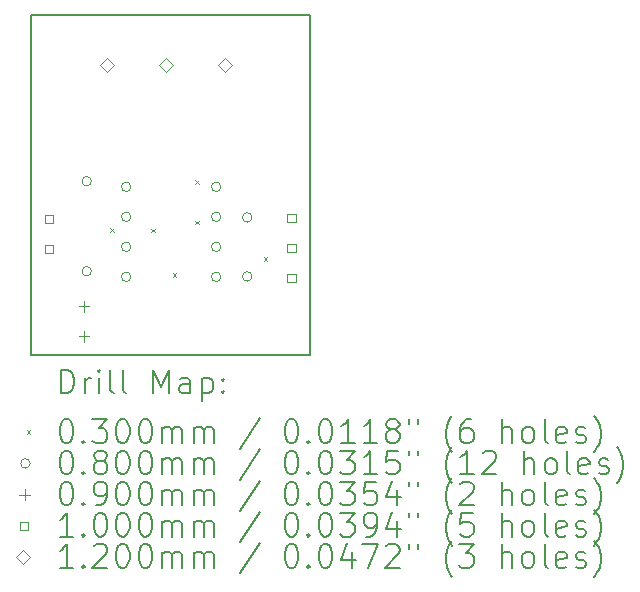
<source format=gbr>
%TF.GenerationSoftware,KiCad,Pcbnew,9.0.6*%
%TF.CreationDate,2026-01-06T18:42:53+05:30*%
%TF.ProjectId,Servo Motor Tester,53657276-6f20-44d6-9f74-6f7220546573,rev?*%
%TF.SameCoordinates,Original*%
%TF.FileFunction,Drillmap*%
%TF.FilePolarity,Positive*%
%FSLAX45Y45*%
G04 Gerber Fmt 4.5, Leading zero omitted, Abs format (unit mm)*
G04 Created by KiCad (PCBNEW 9.0.6) date 2026-01-06 18:42:53*
%MOMM*%
%LPD*%
G01*
G04 APERTURE LIST*
%ADD10C,0.200000*%
%ADD11C,0.100000*%
%ADD12C,0.120000*%
G04 APERTURE END LIST*
D10*
X12260000Y-8028500D02*
X14621839Y-8028500D01*
X14621839Y-10911500D01*
X12260000Y-10911500D01*
X12260000Y-8028500D01*
D11*
X12927000Y-9837000D02*
X12957000Y-9867000D01*
X12957000Y-9837000D02*
X12927000Y-9867000D01*
X13276000Y-9838000D02*
X13306000Y-9868000D01*
X13306000Y-9838000D02*
X13276000Y-9868000D01*
X13457000Y-10215000D02*
X13487000Y-10245000D01*
X13487000Y-10215000D02*
X13457000Y-10245000D01*
X13646000Y-9773000D02*
X13676000Y-9803000D01*
X13676000Y-9773000D02*
X13646000Y-9803000D01*
X13648000Y-9427000D02*
X13678000Y-9457000D01*
X13678000Y-9427000D02*
X13648000Y-9457000D01*
X14227000Y-10079000D02*
X14257000Y-10109000D01*
X14257000Y-10079000D02*
X14227000Y-10109000D01*
X12769000Y-9437000D02*
G75*
G02*
X12689000Y-9437000I-40000J0D01*
G01*
X12689000Y-9437000D02*
G75*
G02*
X12769000Y-9437000I40000J0D01*
G01*
X12769000Y-10199000D02*
G75*
G02*
X12689000Y-10199000I-40000J0D01*
G01*
X12689000Y-10199000D02*
G75*
G02*
X12769000Y-10199000I40000J0D01*
G01*
X13103000Y-9484000D02*
G75*
G02*
X13023000Y-9484000I-40000J0D01*
G01*
X13023000Y-9484000D02*
G75*
G02*
X13103000Y-9484000I40000J0D01*
G01*
X13103000Y-9738000D02*
G75*
G02*
X13023000Y-9738000I-40000J0D01*
G01*
X13023000Y-9738000D02*
G75*
G02*
X13103000Y-9738000I40000J0D01*
G01*
X13103000Y-9992000D02*
G75*
G02*
X13023000Y-9992000I-40000J0D01*
G01*
X13023000Y-9992000D02*
G75*
G02*
X13103000Y-9992000I40000J0D01*
G01*
X13103000Y-10246000D02*
G75*
G02*
X13023000Y-10246000I-40000J0D01*
G01*
X13023000Y-10246000D02*
G75*
G02*
X13103000Y-10246000I40000J0D01*
G01*
X13865000Y-9484000D02*
G75*
G02*
X13785000Y-9484000I-40000J0D01*
G01*
X13785000Y-9484000D02*
G75*
G02*
X13865000Y-9484000I40000J0D01*
G01*
X13865000Y-9738000D02*
G75*
G02*
X13785000Y-9738000I-40000J0D01*
G01*
X13785000Y-9738000D02*
G75*
G02*
X13865000Y-9738000I40000J0D01*
G01*
X13865000Y-9992000D02*
G75*
G02*
X13785000Y-9992000I-40000J0D01*
G01*
X13785000Y-9992000D02*
G75*
G02*
X13865000Y-9992000I40000J0D01*
G01*
X13865000Y-10246000D02*
G75*
G02*
X13785000Y-10246000I-40000J0D01*
G01*
X13785000Y-10246000D02*
G75*
G02*
X13865000Y-10246000I40000J0D01*
G01*
X14128000Y-9743000D02*
G75*
G02*
X14048000Y-9743000I-40000J0D01*
G01*
X14048000Y-9743000D02*
G75*
G02*
X14128000Y-9743000I40000J0D01*
G01*
X14128000Y-10243000D02*
G75*
G02*
X14048000Y-10243000I-40000J0D01*
G01*
X14048000Y-10243000D02*
G75*
G02*
X14128000Y-10243000I40000J0D01*
G01*
X12707000Y-10452000D02*
X12707000Y-10542000D01*
X12662000Y-10497000D02*
X12752000Y-10497000D01*
X12707000Y-10706000D02*
X12707000Y-10796000D01*
X12662000Y-10751000D02*
X12752000Y-10751000D01*
X12445356Y-9792356D02*
X12445356Y-9721644D01*
X12374644Y-9721644D01*
X12374644Y-9792356D01*
X12445356Y-9792356D01*
X12445356Y-10046356D02*
X12445356Y-9975644D01*
X12374644Y-9975644D01*
X12374644Y-10046356D01*
X12445356Y-10046356D01*
X14497356Y-9785356D02*
X14497356Y-9714644D01*
X14426644Y-9714644D01*
X14426644Y-9785356D01*
X14497356Y-9785356D01*
X14497356Y-10039356D02*
X14497356Y-9968644D01*
X14426644Y-9968644D01*
X14426644Y-10039356D01*
X14497356Y-10039356D01*
X14497356Y-10293356D02*
X14497356Y-10222644D01*
X14426644Y-10222644D01*
X14426644Y-10293356D01*
X14497356Y-10293356D01*
D12*
X12900000Y-8515000D02*
X12960000Y-8455000D01*
X12900000Y-8395000D01*
X12840000Y-8455000D01*
X12900000Y-8515000D01*
X13400000Y-8515000D02*
X13460000Y-8455000D01*
X13400000Y-8395000D01*
X13340000Y-8455000D01*
X13400000Y-8515000D01*
X13900000Y-8515000D02*
X13960000Y-8455000D01*
X13900000Y-8395000D01*
X13840000Y-8455000D01*
X13900000Y-8515000D01*
D10*
X12510777Y-11232984D02*
X12510777Y-11032984D01*
X12510777Y-11032984D02*
X12558396Y-11032984D01*
X12558396Y-11032984D02*
X12586967Y-11042508D01*
X12586967Y-11042508D02*
X12606015Y-11061555D01*
X12606015Y-11061555D02*
X12615539Y-11080603D01*
X12615539Y-11080603D02*
X12625062Y-11118698D01*
X12625062Y-11118698D02*
X12625062Y-11147270D01*
X12625062Y-11147270D02*
X12615539Y-11185365D01*
X12615539Y-11185365D02*
X12606015Y-11204412D01*
X12606015Y-11204412D02*
X12586967Y-11223460D01*
X12586967Y-11223460D02*
X12558396Y-11232984D01*
X12558396Y-11232984D02*
X12510777Y-11232984D01*
X12710777Y-11232984D02*
X12710777Y-11099650D01*
X12710777Y-11137746D02*
X12720301Y-11118698D01*
X12720301Y-11118698D02*
X12729824Y-11109174D01*
X12729824Y-11109174D02*
X12748872Y-11099650D01*
X12748872Y-11099650D02*
X12767920Y-11099650D01*
X12834586Y-11232984D02*
X12834586Y-11099650D01*
X12834586Y-11032984D02*
X12825062Y-11042508D01*
X12825062Y-11042508D02*
X12834586Y-11052031D01*
X12834586Y-11052031D02*
X12844110Y-11042508D01*
X12844110Y-11042508D02*
X12834586Y-11032984D01*
X12834586Y-11032984D02*
X12834586Y-11052031D01*
X12958396Y-11232984D02*
X12939348Y-11223460D01*
X12939348Y-11223460D02*
X12929824Y-11204412D01*
X12929824Y-11204412D02*
X12929824Y-11032984D01*
X13063158Y-11232984D02*
X13044110Y-11223460D01*
X13044110Y-11223460D02*
X13034586Y-11204412D01*
X13034586Y-11204412D02*
X13034586Y-11032984D01*
X13291729Y-11232984D02*
X13291729Y-11032984D01*
X13291729Y-11032984D02*
X13358396Y-11175841D01*
X13358396Y-11175841D02*
X13425062Y-11032984D01*
X13425062Y-11032984D02*
X13425062Y-11232984D01*
X13606015Y-11232984D02*
X13606015Y-11128222D01*
X13606015Y-11128222D02*
X13596491Y-11109174D01*
X13596491Y-11109174D02*
X13577443Y-11099650D01*
X13577443Y-11099650D02*
X13539348Y-11099650D01*
X13539348Y-11099650D02*
X13520301Y-11109174D01*
X13606015Y-11223460D02*
X13586967Y-11232984D01*
X13586967Y-11232984D02*
X13539348Y-11232984D01*
X13539348Y-11232984D02*
X13520301Y-11223460D01*
X13520301Y-11223460D02*
X13510777Y-11204412D01*
X13510777Y-11204412D02*
X13510777Y-11185365D01*
X13510777Y-11185365D02*
X13520301Y-11166317D01*
X13520301Y-11166317D02*
X13539348Y-11156793D01*
X13539348Y-11156793D02*
X13586967Y-11156793D01*
X13586967Y-11156793D02*
X13606015Y-11147270D01*
X13701253Y-11099650D02*
X13701253Y-11299650D01*
X13701253Y-11109174D02*
X13720301Y-11099650D01*
X13720301Y-11099650D02*
X13758396Y-11099650D01*
X13758396Y-11099650D02*
X13777443Y-11109174D01*
X13777443Y-11109174D02*
X13786967Y-11118698D01*
X13786967Y-11118698D02*
X13796491Y-11137746D01*
X13796491Y-11137746D02*
X13796491Y-11194888D01*
X13796491Y-11194888D02*
X13786967Y-11213936D01*
X13786967Y-11213936D02*
X13777443Y-11223460D01*
X13777443Y-11223460D02*
X13758396Y-11232984D01*
X13758396Y-11232984D02*
X13720301Y-11232984D01*
X13720301Y-11232984D02*
X13701253Y-11223460D01*
X13882205Y-11213936D02*
X13891729Y-11223460D01*
X13891729Y-11223460D02*
X13882205Y-11232984D01*
X13882205Y-11232984D02*
X13872682Y-11223460D01*
X13872682Y-11223460D02*
X13882205Y-11213936D01*
X13882205Y-11213936D02*
X13882205Y-11232984D01*
X13882205Y-11109174D02*
X13891729Y-11118698D01*
X13891729Y-11118698D02*
X13882205Y-11128222D01*
X13882205Y-11128222D02*
X13872682Y-11118698D01*
X13872682Y-11118698D02*
X13882205Y-11109174D01*
X13882205Y-11109174D02*
X13882205Y-11128222D01*
D11*
X12220000Y-11546500D02*
X12250000Y-11576500D01*
X12250000Y-11546500D02*
X12220000Y-11576500D01*
D10*
X12548872Y-11452984D02*
X12567920Y-11452984D01*
X12567920Y-11452984D02*
X12586967Y-11462508D01*
X12586967Y-11462508D02*
X12596491Y-11472031D01*
X12596491Y-11472031D02*
X12606015Y-11491079D01*
X12606015Y-11491079D02*
X12615539Y-11529174D01*
X12615539Y-11529174D02*
X12615539Y-11576793D01*
X12615539Y-11576793D02*
X12606015Y-11614888D01*
X12606015Y-11614888D02*
X12596491Y-11633936D01*
X12596491Y-11633936D02*
X12586967Y-11643460D01*
X12586967Y-11643460D02*
X12567920Y-11652984D01*
X12567920Y-11652984D02*
X12548872Y-11652984D01*
X12548872Y-11652984D02*
X12529824Y-11643460D01*
X12529824Y-11643460D02*
X12520301Y-11633936D01*
X12520301Y-11633936D02*
X12510777Y-11614888D01*
X12510777Y-11614888D02*
X12501253Y-11576793D01*
X12501253Y-11576793D02*
X12501253Y-11529174D01*
X12501253Y-11529174D02*
X12510777Y-11491079D01*
X12510777Y-11491079D02*
X12520301Y-11472031D01*
X12520301Y-11472031D02*
X12529824Y-11462508D01*
X12529824Y-11462508D02*
X12548872Y-11452984D01*
X12701253Y-11633936D02*
X12710777Y-11643460D01*
X12710777Y-11643460D02*
X12701253Y-11652984D01*
X12701253Y-11652984D02*
X12691729Y-11643460D01*
X12691729Y-11643460D02*
X12701253Y-11633936D01*
X12701253Y-11633936D02*
X12701253Y-11652984D01*
X12777443Y-11452984D02*
X12901253Y-11452984D01*
X12901253Y-11452984D02*
X12834586Y-11529174D01*
X12834586Y-11529174D02*
X12863158Y-11529174D01*
X12863158Y-11529174D02*
X12882205Y-11538698D01*
X12882205Y-11538698D02*
X12891729Y-11548222D01*
X12891729Y-11548222D02*
X12901253Y-11567269D01*
X12901253Y-11567269D02*
X12901253Y-11614888D01*
X12901253Y-11614888D02*
X12891729Y-11633936D01*
X12891729Y-11633936D02*
X12882205Y-11643460D01*
X12882205Y-11643460D02*
X12863158Y-11652984D01*
X12863158Y-11652984D02*
X12806015Y-11652984D01*
X12806015Y-11652984D02*
X12786967Y-11643460D01*
X12786967Y-11643460D02*
X12777443Y-11633936D01*
X13025062Y-11452984D02*
X13044110Y-11452984D01*
X13044110Y-11452984D02*
X13063158Y-11462508D01*
X13063158Y-11462508D02*
X13072682Y-11472031D01*
X13072682Y-11472031D02*
X13082205Y-11491079D01*
X13082205Y-11491079D02*
X13091729Y-11529174D01*
X13091729Y-11529174D02*
X13091729Y-11576793D01*
X13091729Y-11576793D02*
X13082205Y-11614888D01*
X13082205Y-11614888D02*
X13072682Y-11633936D01*
X13072682Y-11633936D02*
X13063158Y-11643460D01*
X13063158Y-11643460D02*
X13044110Y-11652984D01*
X13044110Y-11652984D02*
X13025062Y-11652984D01*
X13025062Y-11652984D02*
X13006015Y-11643460D01*
X13006015Y-11643460D02*
X12996491Y-11633936D01*
X12996491Y-11633936D02*
X12986967Y-11614888D01*
X12986967Y-11614888D02*
X12977443Y-11576793D01*
X12977443Y-11576793D02*
X12977443Y-11529174D01*
X12977443Y-11529174D02*
X12986967Y-11491079D01*
X12986967Y-11491079D02*
X12996491Y-11472031D01*
X12996491Y-11472031D02*
X13006015Y-11462508D01*
X13006015Y-11462508D02*
X13025062Y-11452984D01*
X13215539Y-11452984D02*
X13234586Y-11452984D01*
X13234586Y-11452984D02*
X13253634Y-11462508D01*
X13253634Y-11462508D02*
X13263158Y-11472031D01*
X13263158Y-11472031D02*
X13272682Y-11491079D01*
X13272682Y-11491079D02*
X13282205Y-11529174D01*
X13282205Y-11529174D02*
X13282205Y-11576793D01*
X13282205Y-11576793D02*
X13272682Y-11614888D01*
X13272682Y-11614888D02*
X13263158Y-11633936D01*
X13263158Y-11633936D02*
X13253634Y-11643460D01*
X13253634Y-11643460D02*
X13234586Y-11652984D01*
X13234586Y-11652984D02*
X13215539Y-11652984D01*
X13215539Y-11652984D02*
X13196491Y-11643460D01*
X13196491Y-11643460D02*
X13186967Y-11633936D01*
X13186967Y-11633936D02*
X13177443Y-11614888D01*
X13177443Y-11614888D02*
X13167920Y-11576793D01*
X13167920Y-11576793D02*
X13167920Y-11529174D01*
X13167920Y-11529174D02*
X13177443Y-11491079D01*
X13177443Y-11491079D02*
X13186967Y-11472031D01*
X13186967Y-11472031D02*
X13196491Y-11462508D01*
X13196491Y-11462508D02*
X13215539Y-11452984D01*
X13367920Y-11652984D02*
X13367920Y-11519650D01*
X13367920Y-11538698D02*
X13377443Y-11529174D01*
X13377443Y-11529174D02*
X13396491Y-11519650D01*
X13396491Y-11519650D02*
X13425063Y-11519650D01*
X13425063Y-11519650D02*
X13444110Y-11529174D01*
X13444110Y-11529174D02*
X13453634Y-11548222D01*
X13453634Y-11548222D02*
X13453634Y-11652984D01*
X13453634Y-11548222D02*
X13463158Y-11529174D01*
X13463158Y-11529174D02*
X13482205Y-11519650D01*
X13482205Y-11519650D02*
X13510777Y-11519650D01*
X13510777Y-11519650D02*
X13529824Y-11529174D01*
X13529824Y-11529174D02*
X13539348Y-11548222D01*
X13539348Y-11548222D02*
X13539348Y-11652984D01*
X13634586Y-11652984D02*
X13634586Y-11519650D01*
X13634586Y-11538698D02*
X13644110Y-11529174D01*
X13644110Y-11529174D02*
X13663158Y-11519650D01*
X13663158Y-11519650D02*
X13691729Y-11519650D01*
X13691729Y-11519650D02*
X13710777Y-11529174D01*
X13710777Y-11529174D02*
X13720301Y-11548222D01*
X13720301Y-11548222D02*
X13720301Y-11652984D01*
X13720301Y-11548222D02*
X13729824Y-11529174D01*
X13729824Y-11529174D02*
X13748872Y-11519650D01*
X13748872Y-11519650D02*
X13777443Y-11519650D01*
X13777443Y-11519650D02*
X13796491Y-11529174D01*
X13796491Y-11529174D02*
X13806015Y-11548222D01*
X13806015Y-11548222D02*
X13806015Y-11652984D01*
X14196491Y-11443460D02*
X14025063Y-11700603D01*
X14453634Y-11452984D02*
X14472682Y-11452984D01*
X14472682Y-11452984D02*
X14491729Y-11462508D01*
X14491729Y-11462508D02*
X14501253Y-11472031D01*
X14501253Y-11472031D02*
X14510777Y-11491079D01*
X14510777Y-11491079D02*
X14520301Y-11529174D01*
X14520301Y-11529174D02*
X14520301Y-11576793D01*
X14520301Y-11576793D02*
X14510777Y-11614888D01*
X14510777Y-11614888D02*
X14501253Y-11633936D01*
X14501253Y-11633936D02*
X14491729Y-11643460D01*
X14491729Y-11643460D02*
X14472682Y-11652984D01*
X14472682Y-11652984D02*
X14453634Y-11652984D01*
X14453634Y-11652984D02*
X14434586Y-11643460D01*
X14434586Y-11643460D02*
X14425063Y-11633936D01*
X14425063Y-11633936D02*
X14415539Y-11614888D01*
X14415539Y-11614888D02*
X14406015Y-11576793D01*
X14406015Y-11576793D02*
X14406015Y-11529174D01*
X14406015Y-11529174D02*
X14415539Y-11491079D01*
X14415539Y-11491079D02*
X14425063Y-11472031D01*
X14425063Y-11472031D02*
X14434586Y-11462508D01*
X14434586Y-11462508D02*
X14453634Y-11452984D01*
X14606015Y-11633936D02*
X14615539Y-11643460D01*
X14615539Y-11643460D02*
X14606015Y-11652984D01*
X14606015Y-11652984D02*
X14596491Y-11643460D01*
X14596491Y-11643460D02*
X14606015Y-11633936D01*
X14606015Y-11633936D02*
X14606015Y-11652984D01*
X14739348Y-11452984D02*
X14758396Y-11452984D01*
X14758396Y-11452984D02*
X14777444Y-11462508D01*
X14777444Y-11462508D02*
X14786967Y-11472031D01*
X14786967Y-11472031D02*
X14796491Y-11491079D01*
X14796491Y-11491079D02*
X14806015Y-11529174D01*
X14806015Y-11529174D02*
X14806015Y-11576793D01*
X14806015Y-11576793D02*
X14796491Y-11614888D01*
X14796491Y-11614888D02*
X14786967Y-11633936D01*
X14786967Y-11633936D02*
X14777444Y-11643460D01*
X14777444Y-11643460D02*
X14758396Y-11652984D01*
X14758396Y-11652984D02*
X14739348Y-11652984D01*
X14739348Y-11652984D02*
X14720301Y-11643460D01*
X14720301Y-11643460D02*
X14710777Y-11633936D01*
X14710777Y-11633936D02*
X14701253Y-11614888D01*
X14701253Y-11614888D02*
X14691729Y-11576793D01*
X14691729Y-11576793D02*
X14691729Y-11529174D01*
X14691729Y-11529174D02*
X14701253Y-11491079D01*
X14701253Y-11491079D02*
X14710777Y-11472031D01*
X14710777Y-11472031D02*
X14720301Y-11462508D01*
X14720301Y-11462508D02*
X14739348Y-11452984D01*
X14996491Y-11652984D02*
X14882206Y-11652984D01*
X14939348Y-11652984D02*
X14939348Y-11452984D01*
X14939348Y-11452984D02*
X14920301Y-11481555D01*
X14920301Y-11481555D02*
X14901253Y-11500603D01*
X14901253Y-11500603D02*
X14882206Y-11510127D01*
X15186967Y-11652984D02*
X15072682Y-11652984D01*
X15129825Y-11652984D02*
X15129825Y-11452984D01*
X15129825Y-11452984D02*
X15110777Y-11481555D01*
X15110777Y-11481555D02*
X15091729Y-11500603D01*
X15091729Y-11500603D02*
X15072682Y-11510127D01*
X15301253Y-11538698D02*
X15282206Y-11529174D01*
X15282206Y-11529174D02*
X15272682Y-11519650D01*
X15272682Y-11519650D02*
X15263158Y-11500603D01*
X15263158Y-11500603D02*
X15263158Y-11491079D01*
X15263158Y-11491079D02*
X15272682Y-11472031D01*
X15272682Y-11472031D02*
X15282206Y-11462508D01*
X15282206Y-11462508D02*
X15301253Y-11452984D01*
X15301253Y-11452984D02*
X15339348Y-11452984D01*
X15339348Y-11452984D02*
X15358396Y-11462508D01*
X15358396Y-11462508D02*
X15367920Y-11472031D01*
X15367920Y-11472031D02*
X15377444Y-11491079D01*
X15377444Y-11491079D02*
X15377444Y-11500603D01*
X15377444Y-11500603D02*
X15367920Y-11519650D01*
X15367920Y-11519650D02*
X15358396Y-11529174D01*
X15358396Y-11529174D02*
X15339348Y-11538698D01*
X15339348Y-11538698D02*
X15301253Y-11538698D01*
X15301253Y-11538698D02*
X15282206Y-11548222D01*
X15282206Y-11548222D02*
X15272682Y-11557746D01*
X15272682Y-11557746D02*
X15263158Y-11576793D01*
X15263158Y-11576793D02*
X15263158Y-11614888D01*
X15263158Y-11614888D02*
X15272682Y-11633936D01*
X15272682Y-11633936D02*
X15282206Y-11643460D01*
X15282206Y-11643460D02*
X15301253Y-11652984D01*
X15301253Y-11652984D02*
X15339348Y-11652984D01*
X15339348Y-11652984D02*
X15358396Y-11643460D01*
X15358396Y-11643460D02*
X15367920Y-11633936D01*
X15367920Y-11633936D02*
X15377444Y-11614888D01*
X15377444Y-11614888D02*
X15377444Y-11576793D01*
X15377444Y-11576793D02*
X15367920Y-11557746D01*
X15367920Y-11557746D02*
X15358396Y-11548222D01*
X15358396Y-11548222D02*
X15339348Y-11538698D01*
X15453634Y-11452984D02*
X15453634Y-11491079D01*
X15529825Y-11452984D02*
X15529825Y-11491079D01*
X15825063Y-11729174D02*
X15815539Y-11719650D01*
X15815539Y-11719650D02*
X15796491Y-11691079D01*
X15796491Y-11691079D02*
X15786968Y-11672031D01*
X15786968Y-11672031D02*
X15777444Y-11643460D01*
X15777444Y-11643460D02*
X15767920Y-11595841D01*
X15767920Y-11595841D02*
X15767920Y-11557746D01*
X15767920Y-11557746D02*
X15777444Y-11510127D01*
X15777444Y-11510127D02*
X15786968Y-11481555D01*
X15786968Y-11481555D02*
X15796491Y-11462508D01*
X15796491Y-11462508D02*
X15815539Y-11433936D01*
X15815539Y-11433936D02*
X15825063Y-11424412D01*
X15986968Y-11452984D02*
X15948872Y-11452984D01*
X15948872Y-11452984D02*
X15929825Y-11462508D01*
X15929825Y-11462508D02*
X15920301Y-11472031D01*
X15920301Y-11472031D02*
X15901253Y-11500603D01*
X15901253Y-11500603D02*
X15891729Y-11538698D01*
X15891729Y-11538698D02*
X15891729Y-11614888D01*
X15891729Y-11614888D02*
X15901253Y-11633936D01*
X15901253Y-11633936D02*
X15910777Y-11643460D01*
X15910777Y-11643460D02*
X15929825Y-11652984D01*
X15929825Y-11652984D02*
X15967920Y-11652984D01*
X15967920Y-11652984D02*
X15986968Y-11643460D01*
X15986968Y-11643460D02*
X15996491Y-11633936D01*
X15996491Y-11633936D02*
X16006015Y-11614888D01*
X16006015Y-11614888D02*
X16006015Y-11567269D01*
X16006015Y-11567269D02*
X15996491Y-11548222D01*
X15996491Y-11548222D02*
X15986968Y-11538698D01*
X15986968Y-11538698D02*
X15967920Y-11529174D01*
X15967920Y-11529174D02*
X15929825Y-11529174D01*
X15929825Y-11529174D02*
X15910777Y-11538698D01*
X15910777Y-11538698D02*
X15901253Y-11548222D01*
X15901253Y-11548222D02*
X15891729Y-11567269D01*
X16244110Y-11652984D02*
X16244110Y-11452984D01*
X16329825Y-11652984D02*
X16329825Y-11548222D01*
X16329825Y-11548222D02*
X16320301Y-11529174D01*
X16320301Y-11529174D02*
X16301253Y-11519650D01*
X16301253Y-11519650D02*
X16272682Y-11519650D01*
X16272682Y-11519650D02*
X16253634Y-11529174D01*
X16253634Y-11529174D02*
X16244110Y-11538698D01*
X16453634Y-11652984D02*
X16434587Y-11643460D01*
X16434587Y-11643460D02*
X16425063Y-11633936D01*
X16425063Y-11633936D02*
X16415539Y-11614888D01*
X16415539Y-11614888D02*
X16415539Y-11557746D01*
X16415539Y-11557746D02*
X16425063Y-11538698D01*
X16425063Y-11538698D02*
X16434587Y-11529174D01*
X16434587Y-11529174D02*
X16453634Y-11519650D01*
X16453634Y-11519650D02*
X16482206Y-11519650D01*
X16482206Y-11519650D02*
X16501253Y-11529174D01*
X16501253Y-11529174D02*
X16510777Y-11538698D01*
X16510777Y-11538698D02*
X16520301Y-11557746D01*
X16520301Y-11557746D02*
X16520301Y-11614888D01*
X16520301Y-11614888D02*
X16510777Y-11633936D01*
X16510777Y-11633936D02*
X16501253Y-11643460D01*
X16501253Y-11643460D02*
X16482206Y-11652984D01*
X16482206Y-11652984D02*
X16453634Y-11652984D01*
X16634587Y-11652984D02*
X16615539Y-11643460D01*
X16615539Y-11643460D02*
X16606015Y-11624412D01*
X16606015Y-11624412D02*
X16606015Y-11452984D01*
X16786968Y-11643460D02*
X16767920Y-11652984D01*
X16767920Y-11652984D02*
X16729825Y-11652984D01*
X16729825Y-11652984D02*
X16710777Y-11643460D01*
X16710777Y-11643460D02*
X16701253Y-11624412D01*
X16701253Y-11624412D02*
X16701253Y-11548222D01*
X16701253Y-11548222D02*
X16710777Y-11529174D01*
X16710777Y-11529174D02*
X16729825Y-11519650D01*
X16729825Y-11519650D02*
X16767920Y-11519650D01*
X16767920Y-11519650D02*
X16786968Y-11529174D01*
X16786968Y-11529174D02*
X16796492Y-11548222D01*
X16796492Y-11548222D02*
X16796492Y-11567269D01*
X16796492Y-11567269D02*
X16701253Y-11586317D01*
X16872682Y-11643460D02*
X16891730Y-11652984D01*
X16891730Y-11652984D02*
X16929825Y-11652984D01*
X16929825Y-11652984D02*
X16948873Y-11643460D01*
X16948873Y-11643460D02*
X16958396Y-11624412D01*
X16958396Y-11624412D02*
X16958396Y-11614888D01*
X16958396Y-11614888D02*
X16948873Y-11595841D01*
X16948873Y-11595841D02*
X16929825Y-11586317D01*
X16929825Y-11586317D02*
X16901253Y-11586317D01*
X16901253Y-11586317D02*
X16882206Y-11576793D01*
X16882206Y-11576793D02*
X16872682Y-11557746D01*
X16872682Y-11557746D02*
X16872682Y-11548222D01*
X16872682Y-11548222D02*
X16882206Y-11529174D01*
X16882206Y-11529174D02*
X16901253Y-11519650D01*
X16901253Y-11519650D02*
X16929825Y-11519650D01*
X16929825Y-11519650D02*
X16948873Y-11529174D01*
X17025063Y-11729174D02*
X17034587Y-11719650D01*
X17034587Y-11719650D02*
X17053634Y-11691079D01*
X17053634Y-11691079D02*
X17063158Y-11672031D01*
X17063158Y-11672031D02*
X17072682Y-11643460D01*
X17072682Y-11643460D02*
X17082206Y-11595841D01*
X17082206Y-11595841D02*
X17082206Y-11557746D01*
X17082206Y-11557746D02*
X17072682Y-11510127D01*
X17072682Y-11510127D02*
X17063158Y-11481555D01*
X17063158Y-11481555D02*
X17053634Y-11462508D01*
X17053634Y-11462508D02*
X17034587Y-11433936D01*
X17034587Y-11433936D02*
X17025063Y-11424412D01*
D11*
X12250000Y-11825500D02*
G75*
G02*
X12170000Y-11825500I-40000J0D01*
G01*
X12170000Y-11825500D02*
G75*
G02*
X12250000Y-11825500I40000J0D01*
G01*
D10*
X12548872Y-11716984D02*
X12567920Y-11716984D01*
X12567920Y-11716984D02*
X12586967Y-11726508D01*
X12586967Y-11726508D02*
X12596491Y-11736031D01*
X12596491Y-11736031D02*
X12606015Y-11755079D01*
X12606015Y-11755079D02*
X12615539Y-11793174D01*
X12615539Y-11793174D02*
X12615539Y-11840793D01*
X12615539Y-11840793D02*
X12606015Y-11878888D01*
X12606015Y-11878888D02*
X12596491Y-11897936D01*
X12596491Y-11897936D02*
X12586967Y-11907460D01*
X12586967Y-11907460D02*
X12567920Y-11916984D01*
X12567920Y-11916984D02*
X12548872Y-11916984D01*
X12548872Y-11916984D02*
X12529824Y-11907460D01*
X12529824Y-11907460D02*
X12520301Y-11897936D01*
X12520301Y-11897936D02*
X12510777Y-11878888D01*
X12510777Y-11878888D02*
X12501253Y-11840793D01*
X12501253Y-11840793D02*
X12501253Y-11793174D01*
X12501253Y-11793174D02*
X12510777Y-11755079D01*
X12510777Y-11755079D02*
X12520301Y-11736031D01*
X12520301Y-11736031D02*
X12529824Y-11726508D01*
X12529824Y-11726508D02*
X12548872Y-11716984D01*
X12701253Y-11897936D02*
X12710777Y-11907460D01*
X12710777Y-11907460D02*
X12701253Y-11916984D01*
X12701253Y-11916984D02*
X12691729Y-11907460D01*
X12691729Y-11907460D02*
X12701253Y-11897936D01*
X12701253Y-11897936D02*
X12701253Y-11916984D01*
X12825062Y-11802698D02*
X12806015Y-11793174D01*
X12806015Y-11793174D02*
X12796491Y-11783650D01*
X12796491Y-11783650D02*
X12786967Y-11764603D01*
X12786967Y-11764603D02*
X12786967Y-11755079D01*
X12786967Y-11755079D02*
X12796491Y-11736031D01*
X12796491Y-11736031D02*
X12806015Y-11726508D01*
X12806015Y-11726508D02*
X12825062Y-11716984D01*
X12825062Y-11716984D02*
X12863158Y-11716984D01*
X12863158Y-11716984D02*
X12882205Y-11726508D01*
X12882205Y-11726508D02*
X12891729Y-11736031D01*
X12891729Y-11736031D02*
X12901253Y-11755079D01*
X12901253Y-11755079D02*
X12901253Y-11764603D01*
X12901253Y-11764603D02*
X12891729Y-11783650D01*
X12891729Y-11783650D02*
X12882205Y-11793174D01*
X12882205Y-11793174D02*
X12863158Y-11802698D01*
X12863158Y-11802698D02*
X12825062Y-11802698D01*
X12825062Y-11802698D02*
X12806015Y-11812222D01*
X12806015Y-11812222D02*
X12796491Y-11821746D01*
X12796491Y-11821746D02*
X12786967Y-11840793D01*
X12786967Y-11840793D02*
X12786967Y-11878888D01*
X12786967Y-11878888D02*
X12796491Y-11897936D01*
X12796491Y-11897936D02*
X12806015Y-11907460D01*
X12806015Y-11907460D02*
X12825062Y-11916984D01*
X12825062Y-11916984D02*
X12863158Y-11916984D01*
X12863158Y-11916984D02*
X12882205Y-11907460D01*
X12882205Y-11907460D02*
X12891729Y-11897936D01*
X12891729Y-11897936D02*
X12901253Y-11878888D01*
X12901253Y-11878888D02*
X12901253Y-11840793D01*
X12901253Y-11840793D02*
X12891729Y-11821746D01*
X12891729Y-11821746D02*
X12882205Y-11812222D01*
X12882205Y-11812222D02*
X12863158Y-11802698D01*
X13025062Y-11716984D02*
X13044110Y-11716984D01*
X13044110Y-11716984D02*
X13063158Y-11726508D01*
X13063158Y-11726508D02*
X13072682Y-11736031D01*
X13072682Y-11736031D02*
X13082205Y-11755079D01*
X13082205Y-11755079D02*
X13091729Y-11793174D01*
X13091729Y-11793174D02*
X13091729Y-11840793D01*
X13091729Y-11840793D02*
X13082205Y-11878888D01*
X13082205Y-11878888D02*
X13072682Y-11897936D01*
X13072682Y-11897936D02*
X13063158Y-11907460D01*
X13063158Y-11907460D02*
X13044110Y-11916984D01*
X13044110Y-11916984D02*
X13025062Y-11916984D01*
X13025062Y-11916984D02*
X13006015Y-11907460D01*
X13006015Y-11907460D02*
X12996491Y-11897936D01*
X12996491Y-11897936D02*
X12986967Y-11878888D01*
X12986967Y-11878888D02*
X12977443Y-11840793D01*
X12977443Y-11840793D02*
X12977443Y-11793174D01*
X12977443Y-11793174D02*
X12986967Y-11755079D01*
X12986967Y-11755079D02*
X12996491Y-11736031D01*
X12996491Y-11736031D02*
X13006015Y-11726508D01*
X13006015Y-11726508D02*
X13025062Y-11716984D01*
X13215539Y-11716984D02*
X13234586Y-11716984D01*
X13234586Y-11716984D02*
X13253634Y-11726508D01*
X13253634Y-11726508D02*
X13263158Y-11736031D01*
X13263158Y-11736031D02*
X13272682Y-11755079D01*
X13272682Y-11755079D02*
X13282205Y-11793174D01*
X13282205Y-11793174D02*
X13282205Y-11840793D01*
X13282205Y-11840793D02*
X13272682Y-11878888D01*
X13272682Y-11878888D02*
X13263158Y-11897936D01*
X13263158Y-11897936D02*
X13253634Y-11907460D01*
X13253634Y-11907460D02*
X13234586Y-11916984D01*
X13234586Y-11916984D02*
X13215539Y-11916984D01*
X13215539Y-11916984D02*
X13196491Y-11907460D01*
X13196491Y-11907460D02*
X13186967Y-11897936D01*
X13186967Y-11897936D02*
X13177443Y-11878888D01*
X13177443Y-11878888D02*
X13167920Y-11840793D01*
X13167920Y-11840793D02*
X13167920Y-11793174D01*
X13167920Y-11793174D02*
X13177443Y-11755079D01*
X13177443Y-11755079D02*
X13186967Y-11736031D01*
X13186967Y-11736031D02*
X13196491Y-11726508D01*
X13196491Y-11726508D02*
X13215539Y-11716984D01*
X13367920Y-11916984D02*
X13367920Y-11783650D01*
X13367920Y-11802698D02*
X13377443Y-11793174D01*
X13377443Y-11793174D02*
X13396491Y-11783650D01*
X13396491Y-11783650D02*
X13425063Y-11783650D01*
X13425063Y-11783650D02*
X13444110Y-11793174D01*
X13444110Y-11793174D02*
X13453634Y-11812222D01*
X13453634Y-11812222D02*
X13453634Y-11916984D01*
X13453634Y-11812222D02*
X13463158Y-11793174D01*
X13463158Y-11793174D02*
X13482205Y-11783650D01*
X13482205Y-11783650D02*
X13510777Y-11783650D01*
X13510777Y-11783650D02*
X13529824Y-11793174D01*
X13529824Y-11793174D02*
X13539348Y-11812222D01*
X13539348Y-11812222D02*
X13539348Y-11916984D01*
X13634586Y-11916984D02*
X13634586Y-11783650D01*
X13634586Y-11802698D02*
X13644110Y-11793174D01*
X13644110Y-11793174D02*
X13663158Y-11783650D01*
X13663158Y-11783650D02*
X13691729Y-11783650D01*
X13691729Y-11783650D02*
X13710777Y-11793174D01*
X13710777Y-11793174D02*
X13720301Y-11812222D01*
X13720301Y-11812222D02*
X13720301Y-11916984D01*
X13720301Y-11812222D02*
X13729824Y-11793174D01*
X13729824Y-11793174D02*
X13748872Y-11783650D01*
X13748872Y-11783650D02*
X13777443Y-11783650D01*
X13777443Y-11783650D02*
X13796491Y-11793174D01*
X13796491Y-11793174D02*
X13806015Y-11812222D01*
X13806015Y-11812222D02*
X13806015Y-11916984D01*
X14196491Y-11707460D02*
X14025063Y-11964603D01*
X14453634Y-11716984D02*
X14472682Y-11716984D01*
X14472682Y-11716984D02*
X14491729Y-11726508D01*
X14491729Y-11726508D02*
X14501253Y-11736031D01*
X14501253Y-11736031D02*
X14510777Y-11755079D01*
X14510777Y-11755079D02*
X14520301Y-11793174D01*
X14520301Y-11793174D02*
X14520301Y-11840793D01*
X14520301Y-11840793D02*
X14510777Y-11878888D01*
X14510777Y-11878888D02*
X14501253Y-11897936D01*
X14501253Y-11897936D02*
X14491729Y-11907460D01*
X14491729Y-11907460D02*
X14472682Y-11916984D01*
X14472682Y-11916984D02*
X14453634Y-11916984D01*
X14453634Y-11916984D02*
X14434586Y-11907460D01*
X14434586Y-11907460D02*
X14425063Y-11897936D01*
X14425063Y-11897936D02*
X14415539Y-11878888D01*
X14415539Y-11878888D02*
X14406015Y-11840793D01*
X14406015Y-11840793D02*
X14406015Y-11793174D01*
X14406015Y-11793174D02*
X14415539Y-11755079D01*
X14415539Y-11755079D02*
X14425063Y-11736031D01*
X14425063Y-11736031D02*
X14434586Y-11726508D01*
X14434586Y-11726508D02*
X14453634Y-11716984D01*
X14606015Y-11897936D02*
X14615539Y-11907460D01*
X14615539Y-11907460D02*
X14606015Y-11916984D01*
X14606015Y-11916984D02*
X14596491Y-11907460D01*
X14596491Y-11907460D02*
X14606015Y-11897936D01*
X14606015Y-11897936D02*
X14606015Y-11916984D01*
X14739348Y-11716984D02*
X14758396Y-11716984D01*
X14758396Y-11716984D02*
X14777444Y-11726508D01*
X14777444Y-11726508D02*
X14786967Y-11736031D01*
X14786967Y-11736031D02*
X14796491Y-11755079D01*
X14796491Y-11755079D02*
X14806015Y-11793174D01*
X14806015Y-11793174D02*
X14806015Y-11840793D01*
X14806015Y-11840793D02*
X14796491Y-11878888D01*
X14796491Y-11878888D02*
X14786967Y-11897936D01*
X14786967Y-11897936D02*
X14777444Y-11907460D01*
X14777444Y-11907460D02*
X14758396Y-11916984D01*
X14758396Y-11916984D02*
X14739348Y-11916984D01*
X14739348Y-11916984D02*
X14720301Y-11907460D01*
X14720301Y-11907460D02*
X14710777Y-11897936D01*
X14710777Y-11897936D02*
X14701253Y-11878888D01*
X14701253Y-11878888D02*
X14691729Y-11840793D01*
X14691729Y-11840793D02*
X14691729Y-11793174D01*
X14691729Y-11793174D02*
X14701253Y-11755079D01*
X14701253Y-11755079D02*
X14710777Y-11736031D01*
X14710777Y-11736031D02*
X14720301Y-11726508D01*
X14720301Y-11726508D02*
X14739348Y-11716984D01*
X14872682Y-11716984D02*
X14996491Y-11716984D01*
X14996491Y-11716984D02*
X14929825Y-11793174D01*
X14929825Y-11793174D02*
X14958396Y-11793174D01*
X14958396Y-11793174D02*
X14977444Y-11802698D01*
X14977444Y-11802698D02*
X14986967Y-11812222D01*
X14986967Y-11812222D02*
X14996491Y-11831269D01*
X14996491Y-11831269D02*
X14996491Y-11878888D01*
X14996491Y-11878888D02*
X14986967Y-11897936D01*
X14986967Y-11897936D02*
X14977444Y-11907460D01*
X14977444Y-11907460D02*
X14958396Y-11916984D01*
X14958396Y-11916984D02*
X14901253Y-11916984D01*
X14901253Y-11916984D02*
X14882206Y-11907460D01*
X14882206Y-11907460D02*
X14872682Y-11897936D01*
X15186967Y-11916984D02*
X15072682Y-11916984D01*
X15129825Y-11916984D02*
X15129825Y-11716984D01*
X15129825Y-11716984D02*
X15110777Y-11745555D01*
X15110777Y-11745555D02*
X15091729Y-11764603D01*
X15091729Y-11764603D02*
X15072682Y-11774127D01*
X15367920Y-11716984D02*
X15272682Y-11716984D01*
X15272682Y-11716984D02*
X15263158Y-11812222D01*
X15263158Y-11812222D02*
X15272682Y-11802698D01*
X15272682Y-11802698D02*
X15291729Y-11793174D01*
X15291729Y-11793174D02*
X15339348Y-11793174D01*
X15339348Y-11793174D02*
X15358396Y-11802698D01*
X15358396Y-11802698D02*
X15367920Y-11812222D01*
X15367920Y-11812222D02*
X15377444Y-11831269D01*
X15377444Y-11831269D02*
X15377444Y-11878888D01*
X15377444Y-11878888D02*
X15367920Y-11897936D01*
X15367920Y-11897936D02*
X15358396Y-11907460D01*
X15358396Y-11907460D02*
X15339348Y-11916984D01*
X15339348Y-11916984D02*
X15291729Y-11916984D01*
X15291729Y-11916984D02*
X15272682Y-11907460D01*
X15272682Y-11907460D02*
X15263158Y-11897936D01*
X15453634Y-11716984D02*
X15453634Y-11755079D01*
X15529825Y-11716984D02*
X15529825Y-11755079D01*
X15825063Y-11993174D02*
X15815539Y-11983650D01*
X15815539Y-11983650D02*
X15796491Y-11955079D01*
X15796491Y-11955079D02*
X15786968Y-11936031D01*
X15786968Y-11936031D02*
X15777444Y-11907460D01*
X15777444Y-11907460D02*
X15767920Y-11859841D01*
X15767920Y-11859841D02*
X15767920Y-11821746D01*
X15767920Y-11821746D02*
X15777444Y-11774127D01*
X15777444Y-11774127D02*
X15786968Y-11745555D01*
X15786968Y-11745555D02*
X15796491Y-11726508D01*
X15796491Y-11726508D02*
X15815539Y-11697936D01*
X15815539Y-11697936D02*
X15825063Y-11688412D01*
X16006015Y-11916984D02*
X15891729Y-11916984D01*
X15948872Y-11916984D02*
X15948872Y-11716984D01*
X15948872Y-11716984D02*
X15929825Y-11745555D01*
X15929825Y-11745555D02*
X15910777Y-11764603D01*
X15910777Y-11764603D02*
X15891729Y-11774127D01*
X16082206Y-11736031D02*
X16091729Y-11726508D01*
X16091729Y-11726508D02*
X16110777Y-11716984D01*
X16110777Y-11716984D02*
X16158396Y-11716984D01*
X16158396Y-11716984D02*
X16177444Y-11726508D01*
X16177444Y-11726508D02*
X16186968Y-11736031D01*
X16186968Y-11736031D02*
X16196491Y-11755079D01*
X16196491Y-11755079D02*
X16196491Y-11774127D01*
X16196491Y-11774127D02*
X16186968Y-11802698D01*
X16186968Y-11802698D02*
X16072682Y-11916984D01*
X16072682Y-11916984D02*
X16196491Y-11916984D01*
X16434587Y-11916984D02*
X16434587Y-11716984D01*
X16520301Y-11916984D02*
X16520301Y-11812222D01*
X16520301Y-11812222D02*
X16510777Y-11793174D01*
X16510777Y-11793174D02*
X16491730Y-11783650D01*
X16491730Y-11783650D02*
X16463158Y-11783650D01*
X16463158Y-11783650D02*
X16444110Y-11793174D01*
X16444110Y-11793174D02*
X16434587Y-11802698D01*
X16644110Y-11916984D02*
X16625063Y-11907460D01*
X16625063Y-11907460D02*
X16615539Y-11897936D01*
X16615539Y-11897936D02*
X16606015Y-11878888D01*
X16606015Y-11878888D02*
X16606015Y-11821746D01*
X16606015Y-11821746D02*
X16615539Y-11802698D01*
X16615539Y-11802698D02*
X16625063Y-11793174D01*
X16625063Y-11793174D02*
X16644110Y-11783650D01*
X16644110Y-11783650D02*
X16672682Y-11783650D01*
X16672682Y-11783650D02*
X16691730Y-11793174D01*
X16691730Y-11793174D02*
X16701253Y-11802698D01*
X16701253Y-11802698D02*
X16710777Y-11821746D01*
X16710777Y-11821746D02*
X16710777Y-11878888D01*
X16710777Y-11878888D02*
X16701253Y-11897936D01*
X16701253Y-11897936D02*
X16691730Y-11907460D01*
X16691730Y-11907460D02*
X16672682Y-11916984D01*
X16672682Y-11916984D02*
X16644110Y-11916984D01*
X16825063Y-11916984D02*
X16806015Y-11907460D01*
X16806015Y-11907460D02*
X16796492Y-11888412D01*
X16796492Y-11888412D02*
X16796492Y-11716984D01*
X16977444Y-11907460D02*
X16958396Y-11916984D01*
X16958396Y-11916984D02*
X16920301Y-11916984D01*
X16920301Y-11916984D02*
X16901253Y-11907460D01*
X16901253Y-11907460D02*
X16891730Y-11888412D01*
X16891730Y-11888412D02*
X16891730Y-11812222D01*
X16891730Y-11812222D02*
X16901253Y-11793174D01*
X16901253Y-11793174D02*
X16920301Y-11783650D01*
X16920301Y-11783650D02*
X16958396Y-11783650D01*
X16958396Y-11783650D02*
X16977444Y-11793174D01*
X16977444Y-11793174D02*
X16986968Y-11812222D01*
X16986968Y-11812222D02*
X16986968Y-11831269D01*
X16986968Y-11831269D02*
X16891730Y-11850317D01*
X17063158Y-11907460D02*
X17082206Y-11916984D01*
X17082206Y-11916984D02*
X17120301Y-11916984D01*
X17120301Y-11916984D02*
X17139349Y-11907460D01*
X17139349Y-11907460D02*
X17148873Y-11888412D01*
X17148873Y-11888412D02*
X17148873Y-11878888D01*
X17148873Y-11878888D02*
X17139349Y-11859841D01*
X17139349Y-11859841D02*
X17120301Y-11850317D01*
X17120301Y-11850317D02*
X17091730Y-11850317D01*
X17091730Y-11850317D02*
X17072682Y-11840793D01*
X17072682Y-11840793D02*
X17063158Y-11821746D01*
X17063158Y-11821746D02*
X17063158Y-11812222D01*
X17063158Y-11812222D02*
X17072682Y-11793174D01*
X17072682Y-11793174D02*
X17091730Y-11783650D01*
X17091730Y-11783650D02*
X17120301Y-11783650D01*
X17120301Y-11783650D02*
X17139349Y-11793174D01*
X17215539Y-11993174D02*
X17225063Y-11983650D01*
X17225063Y-11983650D02*
X17244111Y-11955079D01*
X17244111Y-11955079D02*
X17253634Y-11936031D01*
X17253634Y-11936031D02*
X17263158Y-11907460D01*
X17263158Y-11907460D02*
X17272682Y-11859841D01*
X17272682Y-11859841D02*
X17272682Y-11821746D01*
X17272682Y-11821746D02*
X17263158Y-11774127D01*
X17263158Y-11774127D02*
X17253634Y-11745555D01*
X17253634Y-11745555D02*
X17244111Y-11726508D01*
X17244111Y-11726508D02*
X17225063Y-11697936D01*
X17225063Y-11697936D02*
X17215539Y-11688412D01*
D11*
X12205000Y-12044500D02*
X12205000Y-12134500D01*
X12160000Y-12089500D02*
X12250000Y-12089500D01*
D10*
X12548872Y-11980984D02*
X12567920Y-11980984D01*
X12567920Y-11980984D02*
X12586967Y-11990508D01*
X12586967Y-11990508D02*
X12596491Y-12000031D01*
X12596491Y-12000031D02*
X12606015Y-12019079D01*
X12606015Y-12019079D02*
X12615539Y-12057174D01*
X12615539Y-12057174D02*
X12615539Y-12104793D01*
X12615539Y-12104793D02*
X12606015Y-12142888D01*
X12606015Y-12142888D02*
X12596491Y-12161936D01*
X12596491Y-12161936D02*
X12586967Y-12171460D01*
X12586967Y-12171460D02*
X12567920Y-12180984D01*
X12567920Y-12180984D02*
X12548872Y-12180984D01*
X12548872Y-12180984D02*
X12529824Y-12171460D01*
X12529824Y-12171460D02*
X12520301Y-12161936D01*
X12520301Y-12161936D02*
X12510777Y-12142888D01*
X12510777Y-12142888D02*
X12501253Y-12104793D01*
X12501253Y-12104793D02*
X12501253Y-12057174D01*
X12501253Y-12057174D02*
X12510777Y-12019079D01*
X12510777Y-12019079D02*
X12520301Y-12000031D01*
X12520301Y-12000031D02*
X12529824Y-11990508D01*
X12529824Y-11990508D02*
X12548872Y-11980984D01*
X12701253Y-12161936D02*
X12710777Y-12171460D01*
X12710777Y-12171460D02*
X12701253Y-12180984D01*
X12701253Y-12180984D02*
X12691729Y-12171460D01*
X12691729Y-12171460D02*
X12701253Y-12161936D01*
X12701253Y-12161936D02*
X12701253Y-12180984D01*
X12806015Y-12180984D02*
X12844110Y-12180984D01*
X12844110Y-12180984D02*
X12863158Y-12171460D01*
X12863158Y-12171460D02*
X12872682Y-12161936D01*
X12872682Y-12161936D02*
X12891729Y-12133365D01*
X12891729Y-12133365D02*
X12901253Y-12095269D01*
X12901253Y-12095269D02*
X12901253Y-12019079D01*
X12901253Y-12019079D02*
X12891729Y-12000031D01*
X12891729Y-12000031D02*
X12882205Y-11990508D01*
X12882205Y-11990508D02*
X12863158Y-11980984D01*
X12863158Y-11980984D02*
X12825062Y-11980984D01*
X12825062Y-11980984D02*
X12806015Y-11990508D01*
X12806015Y-11990508D02*
X12796491Y-12000031D01*
X12796491Y-12000031D02*
X12786967Y-12019079D01*
X12786967Y-12019079D02*
X12786967Y-12066698D01*
X12786967Y-12066698D02*
X12796491Y-12085746D01*
X12796491Y-12085746D02*
X12806015Y-12095269D01*
X12806015Y-12095269D02*
X12825062Y-12104793D01*
X12825062Y-12104793D02*
X12863158Y-12104793D01*
X12863158Y-12104793D02*
X12882205Y-12095269D01*
X12882205Y-12095269D02*
X12891729Y-12085746D01*
X12891729Y-12085746D02*
X12901253Y-12066698D01*
X13025062Y-11980984D02*
X13044110Y-11980984D01*
X13044110Y-11980984D02*
X13063158Y-11990508D01*
X13063158Y-11990508D02*
X13072682Y-12000031D01*
X13072682Y-12000031D02*
X13082205Y-12019079D01*
X13082205Y-12019079D02*
X13091729Y-12057174D01*
X13091729Y-12057174D02*
X13091729Y-12104793D01*
X13091729Y-12104793D02*
X13082205Y-12142888D01*
X13082205Y-12142888D02*
X13072682Y-12161936D01*
X13072682Y-12161936D02*
X13063158Y-12171460D01*
X13063158Y-12171460D02*
X13044110Y-12180984D01*
X13044110Y-12180984D02*
X13025062Y-12180984D01*
X13025062Y-12180984D02*
X13006015Y-12171460D01*
X13006015Y-12171460D02*
X12996491Y-12161936D01*
X12996491Y-12161936D02*
X12986967Y-12142888D01*
X12986967Y-12142888D02*
X12977443Y-12104793D01*
X12977443Y-12104793D02*
X12977443Y-12057174D01*
X12977443Y-12057174D02*
X12986967Y-12019079D01*
X12986967Y-12019079D02*
X12996491Y-12000031D01*
X12996491Y-12000031D02*
X13006015Y-11990508D01*
X13006015Y-11990508D02*
X13025062Y-11980984D01*
X13215539Y-11980984D02*
X13234586Y-11980984D01*
X13234586Y-11980984D02*
X13253634Y-11990508D01*
X13253634Y-11990508D02*
X13263158Y-12000031D01*
X13263158Y-12000031D02*
X13272682Y-12019079D01*
X13272682Y-12019079D02*
X13282205Y-12057174D01*
X13282205Y-12057174D02*
X13282205Y-12104793D01*
X13282205Y-12104793D02*
X13272682Y-12142888D01*
X13272682Y-12142888D02*
X13263158Y-12161936D01*
X13263158Y-12161936D02*
X13253634Y-12171460D01*
X13253634Y-12171460D02*
X13234586Y-12180984D01*
X13234586Y-12180984D02*
X13215539Y-12180984D01*
X13215539Y-12180984D02*
X13196491Y-12171460D01*
X13196491Y-12171460D02*
X13186967Y-12161936D01*
X13186967Y-12161936D02*
X13177443Y-12142888D01*
X13177443Y-12142888D02*
X13167920Y-12104793D01*
X13167920Y-12104793D02*
X13167920Y-12057174D01*
X13167920Y-12057174D02*
X13177443Y-12019079D01*
X13177443Y-12019079D02*
X13186967Y-12000031D01*
X13186967Y-12000031D02*
X13196491Y-11990508D01*
X13196491Y-11990508D02*
X13215539Y-11980984D01*
X13367920Y-12180984D02*
X13367920Y-12047650D01*
X13367920Y-12066698D02*
X13377443Y-12057174D01*
X13377443Y-12057174D02*
X13396491Y-12047650D01*
X13396491Y-12047650D02*
X13425063Y-12047650D01*
X13425063Y-12047650D02*
X13444110Y-12057174D01*
X13444110Y-12057174D02*
X13453634Y-12076222D01*
X13453634Y-12076222D02*
X13453634Y-12180984D01*
X13453634Y-12076222D02*
X13463158Y-12057174D01*
X13463158Y-12057174D02*
X13482205Y-12047650D01*
X13482205Y-12047650D02*
X13510777Y-12047650D01*
X13510777Y-12047650D02*
X13529824Y-12057174D01*
X13529824Y-12057174D02*
X13539348Y-12076222D01*
X13539348Y-12076222D02*
X13539348Y-12180984D01*
X13634586Y-12180984D02*
X13634586Y-12047650D01*
X13634586Y-12066698D02*
X13644110Y-12057174D01*
X13644110Y-12057174D02*
X13663158Y-12047650D01*
X13663158Y-12047650D02*
X13691729Y-12047650D01*
X13691729Y-12047650D02*
X13710777Y-12057174D01*
X13710777Y-12057174D02*
X13720301Y-12076222D01*
X13720301Y-12076222D02*
X13720301Y-12180984D01*
X13720301Y-12076222D02*
X13729824Y-12057174D01*
X13729824Y-12057174D02*
X13748872Y-12047650D01*
X13748872Y-12047650D02*
X13777443Y-12047650D01*
X13777443Y-12047650D02*
X13796491Y-12057174D01*
X13796491Y-12057174D02*
X13806015Y-12076222D01*
X13806015Y-12076222D02*
X13806015Y-12180984D01*
X14196491Y-11971460D02*
X14025063Y-12228603D01*
X14453634Y-11980984D02*
X14472682Y-11980984D01*
X14472682Y-11980984D02*
X14491729Y-11990508D01*
X14491729Y-11990508D02*
X14501253Y-12000031D01*
X14501253Y-12000031D02*
X14510777Y-12019079D01*
X14510777Y-12019079D02*
X14520301Y-12057174D01*
X14520301Y-12057174D02*
X14520301Y-12104793D01*
X14520301Y-12104793D02*
X14510777Y-12142888D01*
X14510777Y-12142888D02*
X14501253Y-12161936D01*
X14501253Y-12161936D02*
X14491729Y-12171460D01*
X14491729Y-12171460D02*
X14472682Y-12180984D01*
X14472682Y-12180984D02*
X14453634Y-12180984D01*
X14453634Y-12180984D02*
X14434586Y-12171460D01*
X14434586Y-12171460D02*
X14425063Y-12161936D01*
X14425063Y-12161936D02*
X14415539Y-12142888D01*
X14415539Y-12142888D02*
X14406015Y-12104793D01*
X14406015Y-12104793D02*
X14406015Y-12057174D01*
X14406015Y-12057174D02*
X14415539Y-12019079D01*
X14415539Y-12019079D02*
X14425063Y-12000031D01*
X14425063Y-12000031D02*
X14434586Y-11990508D01*
X14434586Y-11990508D02*
X14453634Y-11980984D01*
X14606015Y-12161936D02*
X14615539Y-12171460D01*
X14615539Y-12171460D02*
X14606015Y-12180984D01*
X14606015Y-12180984D02*
X14596491Y-12171460D01*
X14596491Y-12171460D02*
X14606015Y-12161936D01*
X14606015Y-12161936D02*
X14606015Y-12180984D01*
X14739348Y-11980984D02*
X14758396Y-11980984D01*
X14758396Y-11980984D02*
X14777444Y-11990508D01*
X14777444Y-11990508D02*
X14786967Y-12000031D01*
X14786967Y-12000031D02*
X14796491Y-12019079D01*
X14796491Y-12019079D02*
X14806015Y-12057174D01*
X14806015Y-12057174D02*
X14806015Y-12104793D01*
X14806015Y-12104793D02*
X14796491Y-12142888D01*
X14796491Y-12142888D02*
X14786967Y-12161936D01*
X14786967Y-12161936D02*
X14777444Y-12171460D01*
X14777444Y-12171460D02*
X14758396Y-12180984D01*
X14758396Y-12180984D02*
X14739348Y-12180984D01*
X14739348Y-12180984D02*
X14720301Y-12171460D01*
X14720301Y-12171460D02*
X14710777Y-12161936D01*
X14710777Y-12161936D02*
X14701253Y-12142888D01*
X14701253Y-12142888D02*
X14691729Y-12104793D01*
X14691729Y-12104793D02*
X14691729Y-12057174D01*
X14691729Y-12057174D02*
X14701253Y-12019079D01*
X14701253Y-12019079D02*
X14710777Y-12000031D01*
X14710777Y-12000031D02*
X14720301Y-11990508D01*
X14720301Y-11990508D02*
X14739348Y-11980984D01*
X14872682Y-11980984D02*
X14996491Y-11980984D01*
X14996491Y-11980984D02*
X14929825Y-12057174D01*
X14929825Y-12057174D02*
X14958396Y-12057174D01*
X14958396Y-12057174D02*
X14977444Y-12066698D01*
X14977444Y-12066698D02*
X14986967Y-12076222D01*
X14986967Y-12076222D02*
X14996491Y-12095269D01*
X14996491Y-12095269D02*
X14996491Y-12142888D01*
X14996491Y-12142888D02*
X14986967Y-12161936D01*
X14986967Y-12161936D02*
X14977444Y-12171460D01*
X14977444Y-12171460D02*
X14958396Y-12180984D01*
X14958396Y-12180984D02*
X14901253Y-12180984D01*
X14901253Y-12180984D02*
X14882206Y-12171460D01*
X14882206Y-12171460D02*
X14872682Y-12161936D01*
X15177444Y-11980984D02*
X15082206Y-11980984D01*
X15082206Y-11980984D02*
X15072682Y-12076222D01*
X15072682Y-12076222D02*
X15082206Y-12066698D01*
X15082206Y-12066698D02*
X15101253Y-12057174D01*
X15101253Y-12057174D02*
X15148872Y-12057174D01*
X15148872Y-12057174D02*
X15167920Y-12066698D01*
X15167920Y-12066698D02*
X15177444Y-12076222D01*
X15177444Y-12076222D02*
X15186967Y-12095269D01*
X15186967Y-12095269D02*
X15186967Y-12142888D01*
X15186967Y-12142888D02*
X15177444Y-12161936D01*
X15177444Y-12161936D02*
X15167920Y-12171460D01*
X15167920Y-12171460D02*
X15148872Y-12180984D01*
X15148872Y-12180984D02*
X15101253Y-12180984D01*
X15101253Y-12180984D02*
X15082206Y-12171460D01*
X15082206Y-12171460D02*
X15072682Y-12161936D01*
X15358396Y-12047650D02*
X15358396Y-12180984D01*
X15310777Y-11971460D02*
X15263158Y-12114317D01*
X15263158Y-12114317D02*
X15386967Y-12114317D01*
X15453634Y-11980984D02*
X15453634Y-12019079D01*
X15529825Y-11980984D02*
X15529825Y-12019079D01*
X15825063Y-12257174D02*
X15815539Y-12247650D01*
X15815539Y-12247650D02*
X15796491Y-12219079D01*
X15796491Y-12219079D02*
X15786968Y-12200031D01*
X15786968Y-12200031D02*
X15777444Y-12171460D01*
X15777444Y-12171460D02*
X15767920Y-12123841D01*
X15767920Y-12123841D02*
X15767920Y-12085746D01*
X15767920Y-12085746D02*
X15777444Y-12038127D01*
X15777444Y-12038127D02*
X15786968Y-12009555D01*
X15786968Y-12009555D02*
X15796491Y-11990508D01*
X15796491Y-11990508D02*
X15815539Y-11961936D01*
X15815539Y-11961936D02*
X15825063Y-11952412D01*
X15891729Y-12000031D02*
X15901253Y-11990508D01*
X15901253Y-11990508D02*
X15920301Y-11980984D01*
X15920301Y-11980984D02*
X15967920Y-11980984D01*
X15967920Y-11980984D02*
X15986968Y-11990508D01*
X15986968Y-11990508D02*
X15996491Y-12000031D01*
X15996491Y-12000031D02*
X16006015Y-12019079D01*
X16006015Y-12019079D02*
X16006015Y-12038127D01*
X16006015Y-12038127D02*
X15996491Y-12066698D01*
X15996491Y-12066698D02*
X15882206Y-12180984D01*
X15882206Y-12180984D02*
X16006015Y-12180984D01*
X16244110Y-12180984D02*
X16244110Y-11980984D01*
X16329825Y-12180984D02*
X16329825Y-12076222D01*
X16329825Y-12076222D02*
X16320301Y-12057174D01*
X16320301Y-12057174D02*
X16301253Y-12047650D01*
X16301253Y-12047650D02*
X16272682Y-12047650D01*
X16272682Y-12047650D02*
X16253634Y-12057174D01*
X16253634Y-12057174D02*
X16244110Y-12066698D01*
X16453634Y-12180984D02*
X16434587Y-12171460D01*
X16434587Y-12171460D02*
X16425063Y-12161936D01*
X16425063Y-12161936D02*
X16415539Y-12142888D01*
X16415539Y-12142888D02*
X16415539Y-12085746D01*
X16415539Y-12085746D02*
X16425063Y-12066698D01*
X16425063Y-12066698D02*
X16434587Y-12057174D01*
X16434587Y-12057174D02*
X16453634Y-12047650D01*
X16453634Y-12047650D02*
X16482206Y-12047650D01*
X16482206Y-12047650D02*
X16501253Y-12057174D01*
X16501253Y-12057174D02*
X16510777Y-12066698D01*
X16510777Y-12066698D02*
X16520301Y-12085746D01*
X16520301Y-12085746D02*
X16520301Y-12142888D01*
X16520301Y-12142888D02*
X16510777Y-12161936D01*
X16510777Y-12161936D02*
X16501253Y-12171460D01*
X16501253Y-12171460D02*
X16482206Y-12180984D01*
X16482206Y-12180984D02*
X16453634Y-12180984D01*
X16634587Y-12180984D02*
X16615539Y-12171460D01*
X16615539Y-12171460D02*
X16606015Y-12152412D01*
X16606015Y-12152412D02*
X16606015Y-11980984D01*
X16786968Y-12171460D02*
X16767920Y-12180984D01*
X16767920Y-12180984D02*
X16729825Y-12180984D01*
X16729825Y-12180984D02*
X16710777Y-12171460D01*
X16710777Y-12171460D02*
X16701253Y-12152412D01*
X16701253Y-12152412D02*
X16701253Y-12076222D01*
X16701253Y-12076222D02*
X16710777Y-12057174D01*
X16710777Y-12057174D02*
X16729825Y-12047650D01*
X16729825Y-12047650D02*
X16767920Y-12047650D01*
X16767920Y-12047650D02*
X16786968Y-12057174D01*
X16786968Y-12057174D02*
X16796492Y-12076222D01*
X16796492Y-12076222D02*
X16796492Y-12095269D01*
X16796492Y-12095269D02*
X16701253Y-12114317D01*
X16872682Y-12171460D02*
X16891730Y-12180984D01*
X16891730Y-12180984D02*
X16929825Y-12180984D01*
X16929825Y-12180984D02*
X16948873Y-12171460D01*
X16948873Y-12171460D02*
X16958396Y-12152412D01*
X16958396Y-12152412D02*
X16958396Y-12142888D01*
X16958396Y-12142888D02*
X16948873Y-12123841D01*
X16948873Y-12123841D02*
X16929825Y-12114317D01*
X16929825Y-12114317D02*
X16901253Y-12114317D01*
X16901253Y-12114317D02*
X16882206Y-12104793D01*
X16882206Y-12104793D02*
X16872682Y-12085746D01*
X16872682Y-12085746D02*
X16872682Y-12076222D01*
X16872682Y-12076222D02*
X16882206Y-12057174D01*
X16882206Y-12057174D02*
X16901253Y-12047650D01*
X16901253Y-12047650D02*
X16929825Y-12047650D01*
X16929825Y-12047650D02*
X16948873Y-12057174D01*
X17025063Y-12257174D02*
X17034587Y-12247650D01*
X17034587Y-12247650D02*
X17053634Y-12219079D01*
X17053634Y-12219079D02*
X17063158Y-12200031D01*
X17063158Y-12200031D02*
X17072682Y-12171460D01*
X17072682Y-12171460D02*
X17082206Y-12123841D01*
X17082206Y-12123841D02*
X17082206Y-12085746D01*
X17082206Y-12085746D02*
X17072682Y-12038127D01*
X17072682Y-12038127D02*
X17063158Y-12009555D01*
X17063158Y-12009555D02*
X17053634Y-11990508D01*
X17053634Y-11990508D02*
X17034587Y-11961936D01*
X17034587Y-11961936D02*
X17025063Y-11952412D01*
D11*
X12235356Y-12388856D02*
X12235356Y-12318144D01*
X12164644Y-12318144D01*
X12164644Y-12388856D01*
X12235356Y-12388856D01*
D10*
X12615539Y-12444984D02*
X12501253Y-12444984D01*
X12558396Y-12444984D02*
X12558396Y-12244984D01*
X12558396Y-12244984D02*
X12539348Y-12273555D01*
X12539348Y-12273555D02*
X12520301Y-12292603D01*
X12520301Y-12292603D02*
X12501253Y-12302127D01*
X12701253Y-12425936D02*
X12710777Y-12435460D01*
X12710777Y-12435460D02*
X12701253Y-12444984D01*
X12701253Y-12444984D02*
X12691729Y-12435460D01*
X12691729Y-12435460D02*
X12701253Y-12425936D01*
X12701253Y-12425936D02*
X12701253Y-12444984D01*
X12834586Y-12244984D02*
X12853634Y-12244984D01*
X12853634Y-12244984D02*
X12872682Y-12254508D01*
X12872682Y-12254508D02*
X12882205Y-12264031D01*
X12882205Y-12264031D02*
X12891729Y-12283079D01*
X12891729Y-12283079D02*
X12901253Y-12321174D01*
X12901253Y-12321174D02*
X12901253Y-12368793D01*
X12901253Y-12368793D02*
X12891729Y-12406888D01*
X12891729Y-12406888D02*
X12882205Y-12425936D01*
X12882205Y-12425936D02*
X12872682Y-12435460D01*
X12872682Y-12435460D02*
X12853634Y-12444984D01*
X12853634Y-12444984D02*
X12834586Y-12444984D01*
X12834586Y-12444984D02*
X12815539Y-12435460D01*
X12815539Y-12435460D02*
X12806015Y-12425936D01*
X12806015Y-12425936D02*
X12796491Y-12406888D01*
X12796491Y-12406888D02*
X12786967Y-12368793D01*
X12786967Y-12368793D02*
X12786967Y-12321174D01*
X12786967Y-12321174D02*
X12796491Y-12283079D01*
X12796491Y-12283079D02*
X12806015Y-12264031D01*
X12806015Y-12264031D02*
X12815539Y-12254508D01*
X12815539Y-12254508D02*
X12834586Y-12244984D01*
X13025062Y-12244984D02*
X13044110Y-12244984D01*
X13044110Y-12244984D02*
X13063158Y-12254508D01*
X13063158Y-12254508D02*
X13072682Y-12264031D01*
X13072682Y-12264031D02*
X13082205Y-12283079D01*
X13082205Y-12283079D02*
X13091729Y-12321174D01*
X13091729Y-12321174D02*
X13091729Y-12368793D01*
X13091729Y-12368793D02*
X13082205Y-12406888D01*
X13082205Y-12406888D02*
X13072682Y-12425936D01*
X13072682Y-12425936D02*
X13063158Y-12435460D01*
X13063158Y-12435460D02*
X13044110Y-12444984D01*
X13044110Y-12444984D02*
X13025062Y-12444984D01*
X13025062Y-12444984D02*
X13006015Y-12435460D01*
X13006015Y-12435460D02*
X12996491Y-12425936D01*
X12996491Y-12425936D02*
X12986967Y-12406888D01*
X12986967Y-12406888D02*
X12977443Y-12368793D01*
X12977443Y-12368793D02*
X12977443Y-12321174D01*
X12977443Y-12321174D02*
X12986967Y-12283079D01*
X12986967Y-12283079D02*
X12996491Y-12264031D01*
X12996491Y-12264031D02*
X13006015Y-12254508D01*
X13006015Y-12254508D02*
X13025062Y-12244984D01*
X13215539Y-12244984D02*
X13234586Y-12244984D01*
X13234586Y-12244984D02*
X13253634Y-12254508D01*
X13253634Y-12254508D02*
X13263158Y-12264031D01*
X13263158Y-12264031D02*
X13272682Y-12283079D01*
X13272682Y-12283079D02*
X13282205Y-12321174D01*
X13282205Y-12321174D02*
X13282205Y-12368793D01*
X13282205Y-12368793D02*
X13272682Y-12406888D01*
X13272682Y-12406888D02*
X13263158Y-12425936D01*
X13263158Y-12425936D02*
X13253634Y-12435460D01*
X13253634Y-12435460D02*
X13234586Y-12444984D01*
X13234586Y-12444984D02*
X13215539Y-12444984D01*
X13215539Y-12444984D02*
X13196491Y-12435460D01*
X13196491Y-12435460D02*
X13186967Y-12425936D01*
X13186967Y-12425936D02*
X13177443Y-12406888D01*
X13177443Y-12406888D02*
X13167920Y-12368793D01*
X13167920Y-12368793D02*
X13167920Y-12321174D01*
X13167920Y-12321174D02*
X13177443Y-12283079D01*
X13177443Y-12283079D02*
X13186967Y-12264031D01*
X13186967Y-12264031D02*
X13196491Y-12254508D01*
X13196491Y-12254508D02*
X13215539Y-12244984D01*
X13367920Y-12444984D02*
X13367920Y-12311650D01*
X13367920Y-12330698D02*
X13377443Y-12321174D01*
X13377443Y-12321174D02*
X13396491Y-12311650D01*
X13396491Y-12311650D02*
X13425063Y-12311650D01*
X13425063Y-12311650D02*
X13444110Y-12321174D01*
X13444110Y-12321174D02*
X13453634Y-12340222D01*
X13453634Y-12340222D02*
X13453634Y-12444984D01*
X13453634Y-12340222D02*
X13463158Y-12321174D01*
X13463158Y-12321174D02*
X13482205Y-12311650D01*
X13482205Y-12311650D02*
X13510777Y-12311650D01*
X13510777Y-12311650D02*
X13529824Y-12321174D01*
X13529824Y-12321174D02*
X13539348Y-12340222D01*
X13539348Y-12340222D02*
X13539348Y-12444984D01*
X13634586Y-12444984D02*
X13634586Y-12311650D01*
X13634586Y-12330698D02*
X13644110Y-12321174D01*
X13644110Y-12321174D02*
X13663158Y-12311650D01*
X13663158Y-12311650D02*
X13691729Y-12311650D01*
X13691729Y-12311650D02*
X13710777Y-12321174D01*
X13710777Y-12321174D02*
X13720301Y-12340222D01*
X13720301Y-12340222D02*
X13720301Y-12444984D01*
X13720301Y-12340222D02*
X13729824Y-12321174D01*
X13729824Y-12321174D02*
X13748872Y-12311650D01*
X13748872Y-12311650D02*
X13777443Y-12311650D01*
X13777443Y-12311650D02*
X13796491Y-12321174D01*
X13796491Y-12321174D02*
X13806015Y-12340222D01*
X13806015Y-12340222D02*
X13806015Y-12444984D01*
X14196491Y-12235460D02*
X14025063Y-12492603D01*
X14453634Y-12244984D02*
X14472682Y-12244984D01*
X14472682Y-12244984D02*
X14491729Y-12254508D01*
X14491729Y-12254508D02*
X14501253Y-12264031D01*
X14501253Y-12264031D02*
X14510777Y-12283079D01*
X14510777Y-12283079D02*
X14520301Y-12321174D01*
X14520301Y-12321174D02*
X14520301Y-12368793D01*
X14520301Y-12368793D02*
X14510777Y-12406888D01*
X14510777Y-12406888D02*
X14501253Y-12425936D01*
X14501253Y-12425936D02*
X14491729Y-12435460D01*
X14491729Y-12435460D02*
X14472682Y-12444984D01*
X14472682Y-12444984D02*
X14453634Y-12444984D01*
X14453634Y-12444984D02*
X14434586Y-12435460D01*
X14434586Y-12435460D02*
X14425063Y-12425936D01*
X14425063Y-12425936D02*
X14415539Y-12406888D01*
X14415539Y-12406888D02*
X14406015Y-12368793D01*
X14406015Y-12368793D02*
X14406015Y-12321174D01*
X14406015Y-12321174D02*
X14415539Y-12283079D01*
X14415539Y-12283079D02*
X14425063Y-12264031D01*
X14425063Y-12264031D02*
X14434586Y-12254508D01*
X14434586Y-12254508D02*
X14453634Y-12244984D01*
X14606015Y-12425936D02*
X14615539Y-12435460D01*
X14615539Y-12435460D02*
X14606015Y-12444984D01*
X14606015Y-12444984D02*
X14596491Y-12435460D01*
X14596491Y-12435460D02*
X14606015Y-12425936D01*
X14606015Y-12425936D02*
X14606015Y-12444984D01*
X14739348Y-12244984D02*
X14758396Y-12244984D01*
X14758396Y-12244984D02*
X14777444Y-12254508D01*
X14777444Y-12254508D02*
X14786967Y-12264031D01*
X14786967Y-12264031D02*
X14796491Y-12283079D01*
X14796491Y-12283079D02*
X14806015Y-12321174D01*
X14806015Y-12321174D02*
X14806015Y-12368793D01*
X14806015Y-12368793D02*
X14796491Y-12406888D01*
X14796491Y-12406888D02*
X14786967Y-12425936D01*
X14786967Y-12425936D02*
X14777444Y-12435460D01*
X14777444Y-12435460D02*
X14758396Y-12444984D01*
X14758396Y-12444984D02*
X14739348Y-12444984D01*
X14739348Y-12444984D02*
X14720301Y-12435460D01*
X14720301Y-12435460D02*
X14710777Y-12425936D01*
X14710777Y-12425936D02*
X14701253Y-12406888D01*
X14701253Y-12406888D02*
X14691729Y-12368793D01*
X14691729Y-12368793D02*
X14691729Y-12321174D01*
X14691729Y-12321174D02*
X14701253Y-12283079D01*
X14701253Y-12283079D02*
X14710777Y-12264031D01*
X14710777Y-12264031D02*
X14720301Y-12254508D01*
X14720301Y-12254508D02*
X14739348Y-12244984D01*
X14872682Y-12244984D02*
X14996491Y-12244984D01*
X14996491Y-12244984D02*
X14929825Y-12321174D01*
X14929825Y-12321174D02*
X14958396Y-12321174D01*
X14958396Y-12321174D02*
X14977444Y-12330698D01*
X14977444Y-12330698D02*
X14986967Y-12340222D01*
X14986967Y-12340222D02*
X14996491Y-12359269D01*
X14996491Y-12359269D02*
X14996491Y-12406888D01*
X14996491Y-12406888D02*
X14986967Y-12425936D01*
X14986967Y-12425936D02*
X14977444Y-12435460D01*
X14977444Y-12435460D02*
X14958396Y-12444984D01*
X14958396Y-12444984D02*
X14901253Y-12444984D01*
X14901253Y-12444984D02*
X14882206Y-12435460D01*
X14882206Y-12435460D02*
X14872682Y-12425936D01*
X15091729Y-12444984D02*
X15129825Y-12444984D01*
X15129825Y-12444984D02*
X15148872Y-12435460D01*
X15148872Y-12435460D02*
X15158396Y-12425936D01*
X15158396Y-12425936D02*
X15177444Y-12397365D01*
X15177444Y-12397365D02*
X15186967Y-12359269D01*
X15186967Y-12359269D02*
X15186967Y-12283079D01*
X15186967Y-12283079D02*
X15177444Y-12264031D01*
X15177444Y-12264031D02*
X15167920Y-12254508D01*
X15167920Y-12254508D02*
X15148872Y-12244984D01*
X15148872Y-12244984D02*
X15110777Y-12244984D01*
X15110777Y-12244984D02*
X15091729Y-12254508D01*
X15091729Y-12254508D02*
X15082206Y-12264031D01*
X15082206Y-12264031D02*
X15072682Y-12283079D01*
X15072682Y-12283079D02*
X15072682Y-12330698D01*
X15072682Y-12330698D02*
X15082206Y-12349746D01*
X15082206Y-12349746D02*
X15091729Y-12359269D01*
X15091729Y-12359269D02*
X15110777Y-12368793D01*
X15110777Y-12368793D02*
X15148872Y-12368793D01*
X15148872Y-12368793D02*
X15167920Y-12359269D01*
X15167920Y-12359269D02*
X15177444Y-12349746D01*
X15177444Y-12349746D02*
X15186967Y-12330698D01*
X15358396Y-12311650D02*
X15358396Y-12444984D01*
X15310777Y-12235460D02*
X15263158Y-12378317D01*
X15263158Y-12378317D02*
X15386967Y-12378317D01*
X15453634Y-12244984D02*
X15453634Y-12283079D01*
X15529825Y-12244984D02*
X15529825Y-12283079D01*
X15825063Y-12521174D02*
X15815539Y-12511650D01*
X15815539Y-12511650D02*
X15796491Y-12483079D01*
X15796491Y-12483079D02*
X15786968Y-12464031D01*
X15786968Y-12464031D02*
X15777444Y-12435460D01*
X15777444Y-12435460D02*
X15767920Y-12387841D01*
X15767920Y-12387841D02*
X15767920Y-12349746D01*
X15767920Y-12349746D02*
X15777444Y-12302127D01*
X15777444Y-12302127D02*
X15786968Y-12273555D01*
X15786968Y-12273555D02*
X15796491Y-12254508D01*
X15796491Y-12254508D02*
X15815539Y-12225936D01*
X15815539Y-12225936D02*
X15825063Y-12216412D01*
X15996491Y-12244984D02*
X15901253Y-12244984D01*
X15901253Y-12244984D02*
X15891729Y-12340222D01*
X15891729Y-12340222D02*
X15901253Y-12330698D01*
X15901253Y-12330698D02*
X15920301Y-12321174D01*
X15920301Y-12321174D02*
X15967920Y-12321174D01*
X15967920Y-12321174D02*
X15986968Y-12330698D01*
X15986968Y-12330698D02*
X15996491Y-12340222D01*
X15996491Y-12340222D02*
X16006015Y-12359269D01*
X16006015Y-12359269D02*
X16006015Y-12406888D01*
X16006015Y-12406888D02*
X15996491Y-12425936D01*
X15996491Y-12425936D02*
X15986968Y-12435460D01*
X15986968Y-12435460D02*
X15967920Y-12444984D01*
X15967920Y-12444984D02*
X15920301Y-12444984D01*
X15920301Y-12444984D02*
X15901253Y-12435460D01*
X15901253Y-12435460D02*
X15891729Y-12425936D01*
X16244110Y-12444984D02*
X16244110Y-12244984D01*
X16329825Y-12444984D02*
X16329825Y-12340222D01*
X16329825Y-12340222D02*
X16320301Y-12321174D01*
X16320301Y-12321174D02*
X16301253Y-12311650D01*
X16301253Y-12311650D02*
X16272682Y-12311650D01*
X16272682Y-12311650D02*
X16253634Y-12321174D01*
X16253634Y-12321174D02*
X16244110Y-12330698D01*
X16453634Y-12444984D02*
X16434587Y-12435460D01*
X16434587Y-12435460D02*
X16425063Y-12425936D01*
X16425063Y-12425936D02*
X16415539Y-12406888D01*
X16415539Y-12406888D02*
X16415539Y-12349746D01*
X16415539Y-12349746D02*
X16425063Y-12330698D01*
X16425063Y-12330698D02*
X16434587Y-12321174D01*
X16434587Y-12321174D02*
X16453634Y-12311650D01*
X16453634Y-12311650D02*
X16482206Y-12311650D01*
X16482206Y-12311650D02*
X16501253Y-12321174D01*
X16501253Y-12321174D02*
X16510777Y-12330698D01*
X16510777Y-12330698D02*
X16520301Y-12349746D01*
X16520301Y-12349746D02*
X16520301Y-12406888D01*
X16520301Y-12406888D02*
X16510777Y-12425936D01*
X16510777Y-12425936D02*
X16501253Y-12435460D01*
X16501253Y-12435460D02*
X16482206Y-12444984D01*
X16482206Y-12444984D02*
X16453634Y-12444984D01*
X16634587Y-12444984D02*
X16615539Y-12435460D01*
X16615539Y-12435460D02*
X16606015Y-12416412D01*
X16606015Y-12416412D02*
X16606015Y-12244984D01*
X16786968Y-12435460D02*
X16767920Y-12444984D01*
X16767920Y-12444984D02*
X16729825Y-12444984D01*
X16729825Y-12444984D02*
X16710777Y-12435460D01*
X16710777Y-12435460D02*
X16701253Y-12416412D01*
X16701253Y-12416412D02*
X16701253Y-12340222D01*
X16701253Y-12340222D02*
X16710777Y-12321174D01*
X16710777Y-12321174D02*
X16729825Y-12311650D01*
X16729825Y-12311650D02*
X16767920Y-12311650D01*
X16767920Y-12311650D02*
X16786968Y-12321174D01*
X16786968Y-12321174D02*
X16796492Y-12340222D01*
X16796492Y-12340222D02*
X16796492Y-12359269D01*
X16796492Y-12359269D02*
X16701253Y-12378317D01*
X16872682Y-12435460D02*
X16891730Y-12444984D01*
X16891730Y-12444984D02*
X16929825Y-12444984D01*
X16929825Y-12444984D02*
X16948873Y-12435460D01*
X16948873Y-12435460D02*
X16958396Y-12416412D01*
X16958396Y-12416412D02*
X16958396Y-12406888D01*
X16958396Y-12406888D02*
X16948873Y-12387841D01*
X16948873Y-12387841D02*
X16929825Y-12378317D01*
X16929825Y-12378317D02*
X16901253Y-12378317D01*
X16901253Y-12378317D02*
X16882206Y-12368793D01*
X16882206Y-12368793D02*
X16872682Y-12349746D01*
X16872682Y-12349746D02*
X16872682Y-12340222D01*
X16872682Y-12340222D02*
X16882206Y-12321174D01*
X16882206Y-12321174D02*
X16901253Y-12311650D01*
X16901253Y-12311650D02*
X16929825Y-12311650D01*
X16929825Y-12311650D02*
X16948873Y-12321174D01*
X17025063Y-12521174D02*
X17034587Y-12511650D01*
X17034587Y-12511650D02*
X17053634Y-12483079D01*
X17053634Y-12483079D02*
X17063158Y-12464031D01*
X17063158Y-12464031D02*
X17072682Y-12435460D01*
X17072682Y-12435460D02*
X17082206Y-12387841D01*
X17082206Y-12387841D02*
X17082206Y-12349746D01*
X17082206Y-12349746D02*
X17072682Y-12302127D01*
X17072682Y-12302127D02*
X17063158Y-12273555D01*
X17063158Y-12273555D02*
X17053634Y-12254508D01*
X17053634Y-12254508D02*
X17034587Y-12225936D01*
X17034587Y-12225936D02*
X17025063Y-12216412D01*
D12*
X12190000Y-12677500D02*
X12250000Y-12617500D01*
X12190000Y-12557500D01*
X12130000Y-12617500D01*
X12190000Y-12677500D01*
D10*
X12615539Y-12708984D02*
X12501253Y-12708984D01*
X12558396Y-12708984D02*
X12558396Y-12508984D01*
X12558396Y-12508984D02*
X12539348Y-12537555D01*
X12539348Y-12537555D02*
X12520301Y-12556603D01*
X12520301Y-12556603D02*
X12501253Y-12566127D01*
X12701253Y-12689936D02*
X12710777Y-12699460D01*
X12710777Y-12699460D02*
X12701253Y-12708984D01*
X12701253Y-12708984D02*
X12691729Y-12699460D01*
X12691729Y-12699460D02*
X12701253Y-12689936D01*
X12701253Y-12689936D02*
X12701253Y-12708984D01*
X12786967Y-12528031D02*
X12796491Y-12518508D01*
X12796491Y-12518508D02*
X12815539Y-12508984D01*
X12815539Y-12508984D02*
X12863158Y-12508984D01*
X12863158Y-12508984D02*
X12882205Y-12518508D01*
X12882205Y-12518508D02*
X12891729Y-12528031D01*
X12891729Y-12528031D02*
X12901253Y-12547079D01*
X12901253Y-12547079D02*
X12901253Y-12566127D01*
X12901253Y-12566127D02*
X12891729Y-12594698D01*
X12891729Y-12594698D02*
X12777443Y-12708984D01*
X12777443Y-12708984D02*
X12901253Y-12708984D01*
X13025062Y-12508984D02*
X13044110Y-12508984D01*
X13044110Y-12508984D02*
X13063158Y-12518508D01*
X13063158Y-12518508D02*
X13072682Y-12528031D01*
X13072682Y-12528031D02*
X13082205Y-12547079D01*
X13082205Y-12547079D02*
X13091729Y-12585174D01*
X13091729Y-12585174D02*
X13091729Y-12632793D01*
X13091729Y-12632793D02*
X13082205Y-12670888D01*
X13082205Y-12670888D02*
X13072682Y-12689936D01*
X13072682Y-12689936D02*
X13063158Y-12699460D01*
X13063158Y-12699460D02*
X13044110Y-12708984D01*
X13044110Y-12708984D02*
X13025062Y-12708984D01*
X13025062Y-12708984D02*
X13006015Y-12699460D01*
X13006015Y-12699460D02*
X12996491Y-12689936D01*
X12996491Y-12689936D02*
X12986967Y-12670888D01*
X12986967Y-12670888D02*
X12977443Y-12632793D01*
X12977443Y-12632793D02*
X12977443Y-12585174D01*
X12977443Y-12585174D02*
X12986967Y-12547079D01*
X12986967Y-12547079D02*
X12996491Y-12528031D01*
X12996491Y-12528031D02*
X13006015Y-12518508D01*
X13006015Y-12518508D02*
X13025062Y-12508984D01*
X13215539Y-12508984D02*
X13234586Y-12508984D01*
X13234586Y-12508984D02*
X13253634Y-12518508D01*
X13253634Y-12518508D02*
X13263158Y-12528031D01*
X13263158Y-12528031D02*
X13272682Y-12547079D01*
X13272682Y-12547079D02*
X13282205Y-12585174D01*
X13282205Y-12585174D02*
X13282205Y-12632793D01*
X13282205Y-12632793D02*
X13272682Y-12670888D01*
X13272682Y-12670888D02*
X13263158Y-12689936D01*
X13263158Y-12689936D02*
X13253634Y-12699460D01*
X13253634Y-12699460D02*
X13234586Y-12708984D01*
X13234586Y-12708984D02*
X13215539Y-12708984D01*
X13215539Y-12708984D02*
X13196491Y-12699460D01*
X13196491Y-12699460D02*
X13186967Y-12689936D01*
X13186967Y-12689936D02*
X13177443Y-12670888D01*
X13177443Y-12670888D02*
X13167920Y-12632793D01*
X13167920Y-12632793D02*
X13167920Y-12585174D01*
X13167920Y-12585174D02*
X13177443Y-12547079D01*
X13177443Y-12547079D02*
X13186967Y-12528031D01*
X13186967Y-12528031D02*
X13196491Y-12518508D01*
X13196491Y-12518508D02*
X13215539Y-12508984D01*
X13367920Y-12708984D02*
X13367920Y-12575650D01*
X13367920Y-12594698D02*
X13377443Y-12585174D01*
X13377443Y-12585174D02*
X13396491Y-12575650D01*
X13396491Y-12575650D02*
X13425063Y-12575650D01*
X13425063Y-12575650D02*
X13444110Y-12585174D01*
X13444110Y-12585174D02*
X13453634Y-12604222D01*
X13453634Y-12604222D02*
X13453634Y-12708984D01*
X13453634Y-12604222D02*
X13463158Y-12585174D01*
X13463158Y-12585174D02*
X13482205Y-12575650D01*
X13482205Y-12575650D02*
X13510777Y-12575650D01*
X13510777Y-12575650D02*
X13529824Y-12585174D01*
X13529824Y-12585174D02*
X13539348Y-12604222D01*
X13539348Y-12604222D02*
X13539348Y-12708984D01*
X13634586Y-12708984D02*
X13634586Y-12575650D01*
X13634586Y-12594698D02*
X13644110Y-12585174D01*
X13644110Y-12585174D02*
X13663158Y-12575650D01*
X13663158Y-12575650D02*
X13691729Y-12575650D01*
X13691729Y-12575650D02*
X13710777Y-12585174D01*
X13710777Y-12585174D02*
X13720301Y-12604222D01*
X13720301Y-12604222D02*
X13720301Y-12708984D01*
X13720301Y-12604222D02*
X13729824Y-12585174D01*
X13729824Y-12585174D02*
X13748872Y-12575650D01*
X13748872Y-12575650D02*
X13777443Y-12575650D01*
X13777443Y-12575650D02*
X13796491Y-12585174D01*
X13796491Y-12585174D02*
X13806015Y-12604222D01*
X13806015Y-12604222D02*
X13806015Y-12708984D01*
X14196491Y-12499460D02*
X14025063Y-12756603D01*
X14453634Y-12508984D02*
X14472682Y-12508984D01*
X14472682Y-12508984D02*
X14491729Y-12518508D01*
X14491729Y-12518508D02*
X14501253Y-12528031D01*
X14501253Y-12528031D02*
X14510777Y-12547079D01*
X14510777Y-12547079D02*
X14520301Y-12585174D01*
X14520301Y-12585174D02*
X14520301Y-12632793D01*
X14520301Y-12632793D02*
X14510777Y-12670888D01*
X14510777Y-12670888D02*
X14501253Y-12689936D01*
X14501253Y-12689936D02*
X14491729Y-12699460D01*
X14491729Y-12699460D02*
X14472682Y-12708984D01*
X14472682Y-12708984D02*
X14453634Y-12708984D01*
X14453634Y-12708984D02*
X14434586Y-12699460D01*
X14434586Y-12699460D02*
X14425063Y-12689936D01*
X14425063Y-12689936D02*
X14415539Y-12670888D01*
X14415539Y-12670888D02*
X14406015Y-12632793D01*
X14406015Y-12632793D02*
X14406015Y-12585174D01*
X14406015Y-12585174D02*
X14415539Y-12547079D01*
X14415539Y-12547079D02*
X14425063Y-12528031D01*
X14425063Y-12528031D02*
X14434586Y-12518508D01*
X14434586Y-12518508D02*
X14453634Y-12508984D01*
X14606015Y-12689936D02*
X14615539Y-12699460D01*
X14615539Y-12699460D02*
X14606015Y-12708984D01*
X14606015Y-12708984D02*
X14596491Y-12699460D01*
X14596491Y-12699460D02*
X14606015Y-12689936D01*
X14606015Y-12689936D02*
X14606015Y-12708984D01*
X14739348Y-12508984D02*
X14758396Y-12508984D01*
X14758396Y-12508984D02*
X14777444Y-12518508D01*
X14777444Y-12518508D02*
X14786967Y-12528031D01*
X14786967Y-12528031D02*
X14796491Y-12547079D01*
X14796491Y-12547079D02*
X14806015Y-12585174D01*
X14806015Y-12585174D02*
X14806015Y-12632793D01*
X14806015Y-12632793D02*
X14796491Y-12670888D01*
X14796491Y-12670888D02*
X14786967Y-12689936D01*
X14786967Y-12689936D02*
X14777444Y-12699460D01*
X14777444Y-12699460D02*
X14758396Y-12708984D01*
X14758396Y-12708984D02*
X14739348Y-12708984D01*
X14739348Y-12708984D02*
X14720301Y-12699460D01*
X14720301Y-12699460D02*
X14710777Y-12689936D01*
X14710777Y-12689936D02*
X14701253Y-12670888D01*
X14701253Y-12670888D02*
X14691729Y-12632793D01*
X14691729Y-12632793D02*
X14691729Y-12585174D01*
X14691729Y-12585174D02*
X14701253Y-12547079D01*
X14701253Y-12547079D02*
X14710777Y-12528031D01*
X14710777Y-12528031D02*
X14720301Y-12518508D01*
X14720301Y-12518508D02*
X14739348Y-12508984D01*
X14977444Y-12575650D02*
X14977444Y-12708984D01*
X14929825Y-12499460D02*
X14882206Y-12642317D01*
X14882206Y-12642317D02*
X15006015Y-12642317D01*
X15063158Y-12508984D02*
X15196491Y-12508984D01*
X15196491Y-12508984D02*
X15110777Y-12708984D01*
X15263158Y-12528031D02*
X15272682Y-12518508D01*
X15272682Y-12518508D02*
X15291729Y-12508984D01*
X15291729Y-12508984D02*
X15339348Y-12508984D01*
X15339348Y-12508984D02*
X15358396Y-12518508D01*
X15358396Y-12518508D02*
X15367920Y-12528031D01*
X15367920Y-12528031D02*
X15377444Y-12547079D01*
X15377444Y-12547079D02*
X15377444Y-12566127D01*
X15377444Y-12566127D02*
X15367920Y-12594698D01*
X15367920Y-12594698D02*
X15253634Y-12708984D01*
X15253634Y-12708984D02*
X15377444Y-12708984D01*
X15453634Y-12508984D02*
X15453634Y-12547079D01*
X15529825Y-12508984D02*
X15529825Y-12547079D01*
X15825063Y-12785174D02*
X15815539Y-12775650D01*
X15815539Y-12775650D02*
X15796491Y-12747079D01*
X15796491Y-12747079D02*
X15786968Y-12728031D01*
X15786968Y-12728031D02*
X15777444Y-12699460D01*
X15777444Y-12699460D02*
X15767920Y-12651841D01*
X15767920Y-12651841D02*
X15767920Y-12613746D01*
X15767920Y-12613746D02*
X15777444Y-12566127D01*
X15777444Y-12566127D02*
X15786968Y-12537555D01*
X15786968Y-12537555D02*
X15796491Y-12518508D01*
X15796491Y-12518508D02*
X15815539Y-12489936D01*
X15815539Y-12489936D02*
X15825063Y-12480412D01*
X15882206Y-12508984D02*
X16006015Y-12508984D01*
X16006015Y-12508984D02*
X15939348Y-12585174D01*
X15939348Y-12585174D02*
X15967920Y-12585174D01*
X15967920Y-12585174D02*
X15986968Y-12594698D01*
X15986968Y-12594698D02*
X15996491Y-12604222D01*
X15996491Y-12604222D02*
X16006015Y-12623269D01*
X16006015Y-12623269D02*
X16006015Y-12670888D01*
X16006015Y-12670888D02*
X15996491Y-12689936D01*
X15996491Y-12689936D02*
X15986968Y-12699460D01*
X15986968Y-12699460D02*
X15967920Y-12708984D01*
X15967920Y-12708984D02*
X15910777Y-12708984D01*
X15910777Y-12708984D02*
X15891729Y-12699460D01*
X15891729Y-12699460D02*
X15882206Y-12689936D01*
X16244110Y-12708984D02*
X16244110Y-12508984D01*
X16329825Y-12708984D02*
X16329825Y-12604222D01*
X16329825Y-12604222D02*
X16320301Y-12585174D01*
X16320301Y-12585174D02*
X16301253Y-12575650D01*
X16301253Y-12575650D02*
X16272682Y-12575650D01*
X16272682Y-12575650D02*
X16253634Y-12585174D01*
X16253634Y-12585174D02*
X16244110Y-12594698D01*
X16453634Y-12708984D02*
X16434587Y-12699460D01*
X16434587Y-12699460D02*
X16425063Y-12689936D01*
X16425063Y-12689936D02*
X16415539Y-12670888D01*
X16415539Y-12670888D02*
X16415539Y-12613746D01*
X16415539Y-12613746D02*
X16425063Y-12594698D01*
X16425063Y-12594698D02*
X16434587Y-12585174D01*
X16434587Y-12585174D02*
X16453634Y-12575650D01*
X16453634Y-12575650D02*
X16482206Y-12575650D01*
X16482206Y-12575650D02*
X16501253Y-12585174D01*
X16501253Y-12585174D02*
X16510777Y-12594698D01*
X16510777Y-12594698D02*
X16520301Y-12613746D01*
X16520301Y-12613746D02*
X16520301Y-12670888D01*
X16520301Y-12670888D02*
X16510777Y-12689936D01*
X16510777Y-12689936D02*
X16501253Y-12699460D01*
X16501253Y-12699460D02*
X16482206Y-12708984D01*
X16482206Y-12708984D02*
X16453634Y-12708984D01*
X16634587Y-12708984D02*
X16615539Y-12699460D01*
X16615539Y-12699460D02*
X16606015Y-12680412D01*
X16606015Y-12680412D02*
X16606015Y-12508984D01*
X16786968Y-12699460D02*
X16767920Y-12708984D01*
X16767920Y-12708984D02*
X16729825Y-12708984D01*
X16729825Y-12708984D02*
X16710777Y-12699460D01*
X16710777Y-12699460D02*
X16701253Y-12680412D01*
X16701253Y-12680412D02*
X16701253Y-12604222D01*
X16701253Y-12604222D02*
X16710777Y-12585174D01*
X16710777Y-12585174D02*
X16729825Y-12575650D01*
X16729825Y-12575650D02*
X16767920Y-12575650D01*
X16767920Y-12575650D02*
X16786968Y-12585174D01*
X16786968Y-12585174D02*
X16796492Y-12604222D01*
X16796492Y-12604222D02*
X16796492Y-12623269D01*
X16796492Y-12623269D02*
X16701253Y-12642317D01*
X16872682Y-12699460D02*
X16891730Y-12708984D01*
X16891730Y-12708984D02*
X16929825Y-12708984D01*
X16929825Y-12708984D02*
X16948873Y-12699460D01*
X16948873Y-12699460D02*
X16958396Y-12680412D01*
X16958396Y-12680412D02*
X16958396Y-12670888D01*
X16958396Y-12670888D02*
X16948873Y-12651841D01*
X16948873Y-12651841D02*
X16929825Y-12642317D01*
X16929825Y-12642317D02*
X16901253Y-12642317D01*
X16901253Y-12642317D02*
X16882206Y-12632793D01*
X16882206Y-12632793D02*
X16872682Y-12613746D01*
X16872682Y-12613746D02*
X16872682Y-12604222D01*
X16872682Y-12604222D02*
X16882206Y-12585174D01*
X16882206Y-12585174D02*
X16901253Y-12575650D01*
X16901253Y-12575650D02*
X16929825Y-12575650D01*
X16929825Y-12575650D02*
X16948873Y-12585174D01*
X17025063Y-12785174D02*
X17034587Y-12775650D01*
X17034587Y-12775650D02*
X17053634Y-12747079D01*
X17053634Y-12747079D02*
X17063158Y-12728031D01*
X17063158Y-12728031D02*
X17072682Y-12699460D01*
X17072682Y-12699460D02*
X17082206Y-12651841D01*
X17082206Y-12651841D02*
X17082206Y-12613746D01*
X17082206Y-12613746D02*
X17072682Y-12566127D01*
X17072682Y-12566127D02*
X17063158Y-12537555D01*
X17063158Y-12537555D02*
X17053634Y-12518508D01*
X17053634Y-12518508D02*
X17034587Y-12489936D01*
X17034587Y-12489936D02*
X17025063Y-12480412D01*
M02*

</source>
